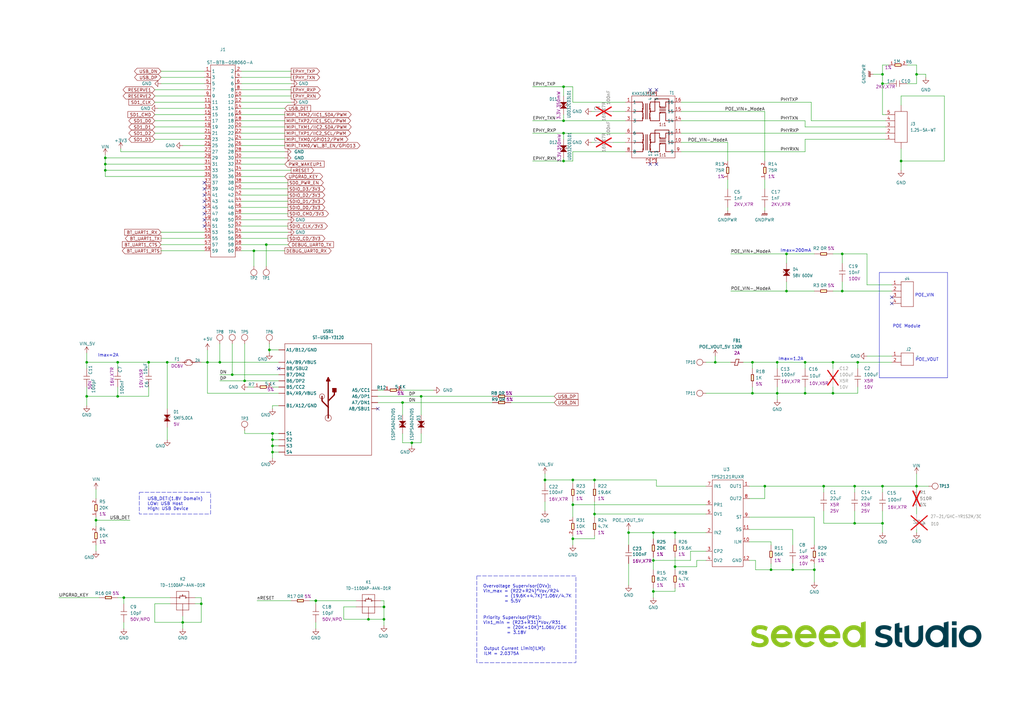
<source format=kicad_sch>
(kicad_sch (version 20250114) (generator "eeschema") (generator_version "9.0")
  (paper "A3")
  (title_block (title "reCamera 2002 POE Board") (date "2025-06-26") (rev "v1.0"))
  (lib_symbols
    (symbol "P & G:+3V3" (power) (pin_names (offset 0))
      (property "Value" "+3V3" (at 0 3.556 0))
      (symbol "+3V3_1_1"
        (pin power_in line (at 0 0 90) (length 0) (hide yes) (name "+3V3") (number "1"))
      )
    )
    (symbol "P & G:+5V" (power) (pin_names (offset 0))
      (property "Value" "+5V" (at 0 3.556 0))
      (symbol "+5V_1_1"
        (pin power_in line (at 0 0 90) (length 0) (hide yes) (name "+5V") (number "1"))
      )
    )
    (symbol "P & G:GND" (power) (pin_names (offset 0))
      (property "Value" "GND" (at 0 -3.81 0))
      (symbol "GND_1_1"
        (pin power_in line (at 0 0 270) (length 0) (hide yes) (name "GND") (number "1"))
      )
    )
    (symbol "Power_Gnd:GNDPWR" (power) (pin_numbers (hide yes)) (pin_names (offset 0) (hide yes))
      (property "Value" "GNDPWR" (at 0 -3.302 0))
      (symbol "GNDPWR_1_1"
        (pin power_in line (at 0 0 270) (length 0) (name "~") (number "1"))
      )
    )
    (symbol "Seeed_libdb:Capacitors/302010040" (pin_numbers (hide yes)) (pin_names (hide yes))
      (property "Reference" "C" (at 3.175 0 0))
      (property "Value" "1uF" (at 5.715 -1.905 0))
      (property "Dielectric" "X5R" (at 0 0 0))
      (property "Voltage Rating" "10V" (at 0 0 0))
      (symbol "Capacitors/302010040_1_1"
        (pin passive line (at 0 3.81 270) (length 2.54) (name "1") (number "1"))
        (pin passive line (at 0 -3.81 90) (length 2.54) (name "2") (number "2"))
      )
    )
    (symbol "Seeed_libdb:Capacitors/302012962" (pin_numbers (hide yes)) (pin_names (hide yes))
      (property "Reference" "C" (at 3.175 0 0))
      (property "Value" "10nF" (at 5.715 -1.905 0))
      (property "Dielectric" "100V" (at 0 0 0))
      (symbol "Capacitors/302012962_1_1"
        (pin passive line (at 0 3.81 270) (length 2.54) (name "1") (number "1"))
        (pin passive line (at 0 -3.81 90) (length 2.54) (name "2") (number "2"))
      )
    )
    (symbol "Seeed_libdb:Capacitors/302013260" (pin_numbers (hide yes)) (pin_names (hide yes))
      (property "Reference" "C" (at 3.175 0 0))
      (property "Value" "22uF" (at 5.715 -1.905 0))
      (property "Dielectric" "X5R" (at 0 0 0))
      (property "Voltage Rating" "25V" (at 0 0 0))
      (symbol "Capacitors/302013260_1_1"
        (pin passive line (at 0 3.81 270) (length 2.54) (name "1") (number "1"))
        (pin passive line (at 0 -3.81 90) (length 2.54) (name "2") (number "2"))
      )
    )
    (symbol "Seeed_libdb:Capacitors/302013339" (pin_numbers (hide yes)) (pin_names (hide yes))
      (property "Reference" "C" (at 3.175 0 0))
      (property "Value" "100uF" (at 5.715 -1.905 0))
      (property "Dielectric" "X5R" (at 0 0 0))
      (property "Voltage Rating" "10V" (at 0 0 0))
      (symbol "Capacitors/302013339_1_1"
        (pin passive line (at 0 3.81 270) (length 2.54) (name "1") (number "1"))
        (pin passive line (at 0 -3.81 90) (length 2.54) (name "2") (number "2"))
      )
    )
    (symbol "Seeed_libdb:Connector/320112110"
      (property "Reference" "J" (at -2.54 5.08 0))
      (property "Value" "1.25-5A-WT" (at -2.54 3.81 0))
      (symbol "Connector/320112110_1_0"
        (pin passive line (at 0 6.35 270) (length 2.54) (name "6") (number "6"))
        (pin passive line (at 0 -11.43 90) (length 2.54) (name "7") (number "7"))
        (pin passive line (at 6.35 2.54 180) (length 2.54) (name "1") (number "1"))
        (pin passive line (at 6.35 0 180) (length 2.54) (name "2") (number "2"))
        (pin passive line (at 6.35 -2.54 180) (length 2.54) (name "3") (number "3"))
        (pin passive line (at 6.35 -5.08 180) (length 2.54) (name "4") (number "4"))
        (pin passive line (at 6.35 -7.62 180) (length 2.54) (name "5") (number "5"))
      )
    )
    (symbol "Seeed_libdb:Connector/ST-FH-254-0106-1*2P-PC3.0"
      (property "Reference" "J" (at -2.54 3.81 0))
      (symbol "Connector/ST-FH-254-0106-1*2P-PC3.0_1_0"
        (pin passive line (at 6.35 1.27 180) (length 2.54) (name "1") (number "1"))
        (pin passive line (at 6.35 -1.27 180) (length 2.54) (name "2") (number "2"))
      )
    )
    (symbol "Seeed_libdb:Connector/ST-FH-254-0106-1*4P-PC3.0"
      (property "Reference" "J" (at -2.54 5.08 0))
      (symbol "Connector/ST-FH-254-0106-1*4P-PC3.0_1_0"
        (pin passive line (at 6.35 2.54 180) (length 2.54) (name "1") (number "1"))
        (pin passive line (at 6.35 0 180) (length 2.54) (name "2") (number "2"))
        (pin passive line (at 6.35 -2.54 180) (length 2.54) (name "3") (number "3"))
        (pin passive line (at 6.35 -5.08 180) (length 2.54) (name "4") (number "4"))
      )
    )
    (symbol "Seeed_libdb:Diode/304050978"
      (property "Reference" "D" (at -1.524 3.556 0))
      (property "Value" "58V 600W" (at -1.524 1.524 0))
      (symbol "Diode/304050978_1_0"
        (pin passive line (at -3.81 0 0) (length 2.54) (name "1") (number "1"))
        (pin passive line (at 3.81 0 180) (length 2.54) (name "2") (number "2"))
      )
    )
    (symbol "Seeed_libdb:Diode/304051318"
      (property "Reference" "D" (at -3.175 0 0))
      (property "Value" "SMF5.0CA" (at -1.27 0 0))
      (property "Rating" "5V" (at 0 0 0))
      (symbol "Diode/304051318_1_0"
        (pin passive line (at -3.81 0 0) (length 2.54) (name "1") (number "1"))
        (pin passive line (at 3.81 0 180) (length 2.54) (name "2") (number "2"))
      )
    )
    (symbol "Seeed_libdb:Ferrite Bead/303030024"
      (property "Reference" "FB" (at -1.905 1.27 0))
      (property "Value" "120R" (at 0.635 1.27 0))
      (property "Rating" "2A" (at 0 0 0))
      (symbol "Ferrite Bead/303030024_1_0"
        (pin passive line (at -2.54 0 0) (length 0) (name "1") (number "1"))
        (pin passive line (at 2.54 0 180) (length 0) (name "2") (number "2"))
      )
    )
    (symbol "Seeed_libdb:Ic/310032001"
      (property "Reference" "U" (at -5.842 18.796 0))
      (symbol "Ic/310032001_1_1"
        (pin passive line (at -8.89 15.24 0) (length 2.54) (name "IN1") (number "7"))
        (pin passive line (at -8.89 7.62 0) (length 2.54) (name "PR1") (number "6"))
        (pin passive line (at -8.89 3.81 0) (length 2.54) (name "OV1") (number "5"))
        (pin passive line (at -8.89 -3.81 0) (length 2.54) (name "IN2") (number "2"))
        (pin passive line (at -8.89 -11.43 0) (length 2.54) (name "CP2") (number "3"))
        (pin passive line (at -8.89 -15.24 0) (length 2.54) (name "OV2") (number "4"))
        (pin passive line (at 8.89 15.24 180) (length 2.54) (name "OUT1") (number "1"))
        (pin passive line (at 8.89 10.16 180) (length 2.54) (name "OUT2") (number "8"))
        (pin passive line (at 8.89 2.54 180) (length 2.54) (name "ST") (number "9"))
        (pin passive line (at 8.89 -2.54 180) (length 2.54) (name "SS") (number "11"))
        (pin passive line (at 8.89 -7.62 180) (length 2.54) (name "ILM") (number "10"))
        (pin passive line (at 8.89 -15.24 180) (length 2.54) (name "GND") (number "12"))
      )
    )
    (symbol "Seeed_libdb:Misc/TP-80X40MIL"
      (property "Reference" "TP" (at -2.54 0 0))
      (property "Value" "Test Point" (at 5.08 0 0))
      (symbol "Misc/TP-80X40MIL_1_0"
        (pin passive line (at -2.54 0 0) (length 0) (name "T") (number "1"))
      )
    )
    (symbol "Seeed_libdb:Resistors/301010000" (pin_numbers (hide yes)) (pin_names (offset 1.016))
      (property "Reference" "R" (at -1.905 0.635 0))
      (property "Value" "0R" (at 0.635 0.635 0))
      (property "Power Rating" "5%" (at 0 0 0))
      (symbol "Resistors/301010000_0_0"
        (pin passive line (at -3.81 0 0) (length 2.54) (name "~") (number "1"))
        (pin passive line (at 3.81 0 180) (length 2.54) (name "~") (number "2"))
      )
    )
    (symbol "Seeed_libdb:Resistors/301010024" (pin_numbers (hide yes)) (pin_names (offset 1.016))
      (property "Reference" "R" (at -1.905 0.635 0))
      (property "Value" "8.2K" (at 0.635 0.635 0))
      (property "Power Rating" "1%" (at 0 0 0))
      (symbol "Resistors/301010024_0_0"
        (pin passive line (at -3.81 0 0) (length 2.54) (name "~") (number "1"))
        (pin passive line (at 3.81 0 180) (length 2.54) (name "~") (number "2"))
      )
    )
    (symbol "Seeed_libdb:Resistors/301010032" (pin_numbers (hide yes)) (pin_names (offset 1.016))
      (property "Reference" "R" (at -1.905 0.635 0))
      (property "Value" "56K" (at 0.635 0.635 0))
      (property "Power Rating" "1%" (at 0 0 0))
      (symbol "Resistors/301010032_0_0"
        (pin passive line (at -3.81 0 0) (length 2.54) (name "~") (number "1"))
        (pin passive line (at 3.81 0 180) (length 2.54) (name "~") (number "2"))
      )
    )
    (symbol "Seeed_libdb:Resistors/301010072" (pin_numbers (hide yes)) (pin_names (offset 1.016))
      (property "Reference" "R" (at -1.905 0.635 0))
      (property "Value" "20K" (at 0.635 0.635 0))
      (property "Power Rating" "1%" (at 0 0 0))
      (symbol "Resistors/301010072_0_0"
        (pin passive line (at -3.81 0 0) (length 2.54) (name "~") (number "1"))
        (pin passive line (at 3.81 0 180) (length 2.54) (name "~") (number "2"))
      )
    )
    (symbol "Seeed_libdb:Resistors/301010291" (pin_numbers (hide yes)) (pin_names (offset 1.016))
      (property "Reference" "R" (at -1.905 0.635 0))
      (property "Value" "1K" (at 0.635 0.635 0))
      (property "Power Rating" "5%" (at 0 0 0))
      (symbol "Resistors/301010291_0_0"
        (pin passive line (at -3.81 0 0) (length 2.54) (name "~") (number "1"))
        (pin passive line (at 3.81 0 180) (length 2.54) (name "~") (number "2"))
      )
    )
    (symbol "Seeed_libdb:Resistors/301010359" (pin_numbers (hide yes)) (pin_names (offset 1.016))
      (property "Reference" "R" (at -1.905 0.635 0))
      (property "Value" "0R" (at 0.635 0.635 0))
      (property "Power Rating" "5%" (at 0 0 0))
      (symbol "Resistors/301010359_0_0"
        (pin passive line (at -3.81 0 0) (length 2.54) (name "~") (number "1"))
        (pin passive line (at 3.81 0 180) (length 2.54) (name "~") (number "2"))
      )
    )
    (symbol "Seeed_libdb:Resistors/301010633" (pin_numbers (hide yes)) (pin_names (offset 1.016))
      (property "Reference" "R" (at -1.905 0.635 0))
      (property "Value" "4.7K" (at 0.635 0.635 0))
      (property "Power Rating" "1%" (at 0 0 0))
      (symbol "Resistors/301010633_0_0"
        (pin passive line (at -3.81 0 0) (length 2.54) (name "~") (number "1"))
        (pin passive line (at 3.81 0 180) (length 2.54) (name "~") (number "2"))
      )
    )
    (symbol "Seeed_libdb:Resistors/301013446" (pin_numbers (hide yes)) (pin_names (offset 1.016))
      (property "Reference" "R" (at -1.905 0.635 0))
      (property "Value" "19.6K" (at 0.635 0.635 0))
      (property "Power Rating" "1%" (at 0 0 0))
      (symbol "Resistors/301013446_0_0"
        (pin passive line (at -3.81 0 0) (length 2.54) (name "~") (number "1"))
        (pin passive line (at 3.81 0 180) (length 2.54) (name "~") (number "2"))
      )
    )
    (symbol "Switch/311990111_1"
      (property "Reference" "K" (at -2.54 5.08 0))
      (property "Value" "TD-1100AP-A4N-D1R" (at -2.54 3.81 0))
      (symbol "Switch/311990111_1_1_0"
        (pin passive line (at -5.08 1.27 0) (length 2.54) (name "1") (number "1"))
        (pin passive line (at -5.08 -1.27 0) (length 2.54) (name "S1") (number "S1"))
        (pin passive line (at 0 -6.35 90) (length 2.54) (name "S2") (number "S2"))
        (pin passive line (at 5.08 1.27 180) (length 2.54) (name "2") (number "2"))
        (pin passive line (at 5.08 -1.27 180) (length 2.54) (name "S3") (number "S3"))
      )
    )
    (symbol "libdb:Capacitors/302010001" (pin_numbers (hide yes)) (pin_names (hide yes))
      (property "Reference" "C" (at 3.175 0 0))
      (property "Value" "10pF" (at 5.715 -1.905 0))
      (property "Voltage Rating" "50V,NPO" (at 0 0 0))
      (symbol "Capacitors/302010001_1_1"
        (pin passive line (at 0 3.81 270) (length 2.54) (name "1") (number "1"))
        (pin passive line (at 0 -3.81 90) (length 2.54) (name "2") (number "2"))
      )
    )
    (symbol "libdb:Capacitors/302010004" (pin_numbers (hide yes)) (pin_names (hide yes))
      (property "Reference" "C" (at 3.175 0 0))
      (property "Value" "100nF" (at 5.715 -1.905 0))
      (property "Voltage Rating" "16V,X7R" (at 0 0 0))
      (symbol "Capacitors/302010004_1_1"
        (pin passive line (at 0 3.81 270) (length 2.54) (name "1") (number "1"))
        (pin passive line (at 0 -3.81 90) (length 2.54) (name "2") (number "2"))
      )
    )
    (symbol "libdb:Capacitors/302010012" (pin_numbers (hide yes)) (pin_names (hide yes))
      (property "Reference" "C" (at 3.175 0 0))
      (property "Value" "100pF" (at 5.715 -1.905 0))
      (property "Voltage Rating" "50V" (at 0 0 0))
      (symbol "Capacitors/302010012_1_1"
        (pin passive line (at 0 3.81 270) (length 2.54) (name "1") (number "1"))
        (pin passive line (at 0 -3.81 90) (length 2.54) (name "2") (number "2"))
      )
    )
    (symbol "libdb:Capacitors/302010103" (pin_numbers (hide yes)) (pin_names (hide yes))
      (property "Reference" "C" (at 3.175 0 0))
      (property "Value" "10uF" (at 5.715 -1.905 0))
      (property "Voltage Rating" "10V,X5R" (at 0 0 0))
      (symbol "Capacitors/302010103_1_1"
        (pin passive line (at 0 3.81 270) (length 2.54) (name "1") (number "1"))
        (pin passive line (at 0 -3.81 90) (length 2.54) (name "2") (number "2"))
      )
    )
    (symbol "libdb:Capacitors/302011962" (pin_numbers (hide yes)) (pin_names (hide yes))
      (property "Reference" "C" (at 3.175 0 0))
      (property "Value" "1nF" (at 5.715 -1.905 0))
      (property "Voltage Rating" "2KV,X7R" (at 0 0 0))
      (symbol "Capacitors/302011962_1_1"
        (pin passive line (at 0 3.81 270) (length 2.54) (name "1") (number "1"))
        (pin passive line (at 0 -3.81 90) (length 2.54) (name "2") (number "2"))
      )
    )
    (symbol "libdb:Connector/320210641"
      (property "Reference" "J" (at -4.826 42.164 0))
      (property "Value" "ST-BTB-058060-A" (at -2.794 40.386 0))
      (symbol "Connector/320210641_1_0"
        (pin passive line (at -7.62 -26.67 0) (length 2.54) (name "52") (number "52"))
        (pin passive line (at -7.62 -29.21 0) (length 2.54) (name "54") (number "54"))
        (pin passive line (at -7.62 -31.75 0) (length 2.54) (name "56") (number "56"))
        (pin passive line (at -7.62 -34.29 0) (length 2.54) (name "58") (number "58"))
        (pin passive line (at -7.62 -36.83 0) (length 2.54) (name "60") (number "60"))
        (pin passive line (at 7.62 -26.67 180) (length 2.54) (name "51") (number "51"))
        (pin passive line (at 7.62 -29.21 180) (length 2.54) (name "53") (number "53"))
        (pin passive line (at 7.62 -31.75 180) (length 2.54) (name "55") (number "55"))
        (pin passive line (at 7.62 -34.29 180) (length 2.54) (name "57") (number "57"))
        (pin passive line (at 7.62 -36.83 180) (length 2.54) (name "59") (number "59"))
      )
      (symbol "Connector/320210641_1_1"
        (pin passive line (at -7.62 36.83 0) (length 2.54) (name "2") (number "2"))
        (pin passive line (at -7.62 34.29 0) (length 2.54) (name "4") (number "4"))
        (pin passive line (at -7.62 31.75 0) (length 2.54) (name "6") (number "6"))
        (pin passive line (at -7.62 29.21 0) (length 2.54) (name "8") (number "8"))
        (pin passive line (at -7.62 26.67 0) (length 2.54) (name "10") (number "10"))
        (pin passive line (at -7.62 24.13 0) (length 2.54) (name "12") (number "12"))
        (pin passive line (at -7.62 21.59 0) (length 2.54) (name "14") (number "14"))
        (pin passive line (at -7.62 19.05 0) (length 2.54) (name "16") (number "16"))
        (pin passive line (at -7.62 16.51 0) (length 2.54) (name "18") (number "18"))
        (pin passive line (at -7.62 13.97 0) (length 2.54) (name "20") (number "20"))
        (pin passive line (at -7.62 11.43 0) (length 2.54) (name "22") (number "22"))
        (pin passive line (at -7.62 8.89 0) (length 2.54) (name "24") (number "24"))
        (pin passive line (at -7.62 6.35 0) (length 2.54) (name "26") (number "26"))
        (pin passive line (at -7.62 3.81 0) (length 2.54) (name "28") (number "28"))
        (pin passive line (at -7.62 1.27 0) (length 2.54) (name "30") (number "30"))
        (pin passive line (at -7.62 -1.27 0) (length 2.54) (name "32") (number "32"))
        (pin passive line (at -7.62 -3.81 0) (length 2.54) (name "34") (number "34"))
        (pin passive line (at -7.62 -6.35 0) (length 2.54) (name "36") (number "36"))
        (pin passive line (at -7.62 -8.89 0) (length 2.54) (name "38") (number "38"))
        (pin passive line (at -7.62 -11.43 0) (length 2.54) (name "40") (number "40"))
        (pin passive line (at -7.62 -13.97 0) (length 2.54) (name "42") (number "42"))
        (pin passive line (at -7.62 -16.51 0) (length 2.54) (name "44") (number "44"))
        (pin passive line (at -7.62 -19.05 0) (length 2.54) (name "46") (number "46"))
        (pin passive line (at -7.62 -21.59 0) (length 2.54) (name "48") (number "48"))
        (pin passive line (at -7.62 -24.13 0) (length 2.54) (name "50") (number "50"))
        (pin passive line (at 7.62 36.83 180) (length 2.54) (name "1") (number "1"))
        (pin passive line (at 7.62 34.29 180) (length 2.54) (name "3") (number "3"))
        (pin passive line (at 7.62 31.75 180) (length 2.54) (name "5") (number "5"))
        (pin passive line (at 7.62 29.21 180) (length 2.54) (name "7") (number "7"))
        (pin passive line (at 7.62 26.67 180) (length 2.54) (name "9") (number "9"))
        (pin passive line (at 7.62 24.13 180) (length 2.54) (name "11") (number "11"))
        (pin passive line (at 7.62 21.59 180) (length 2.54) (name "13") (number "13"))
        (pin passive line (at 7.62 19.05 180) (length 2.54) (name "15") (number "15"))
        (pin passive line (at 7.62 16.51 180) (length 2.54) (name "17") (number "17"))
        (pin passive line (at 7.62 13.97 180) (length 2.54) (name "19") (number "19"))
        (pin passive line (at 7.62 11.43 180) (length 2.54) (name "21") (number "21"))
        (pin passive line (at 7.62 8.89 180) (length 2.54) (name "23") (number "23"))
        (pin passive line (at 7.62 6.35 180) (length 2.54) (name "25") (number "25"))
        (pin passive line (at 7.62 3.81 180) (length 2.54) (name "27") (number "27"))
        (pin passive line (at 7.62 1.27 180) (length 2.54) (name "29") (number "29"))
        (pin passive line (at 7.62 -1.27 180) (length 2.54) (name "31") (number "31"))
        (pin passive line (at 7.62 -3.81 180) (length 2.54) (name "33") (number "33"))
        (pin passive line (at 7.62 -6.35 180) (length 2.54) (name "35") (number "35"))
        (pin passive line (at 7.62 -8.89 180) (length 2.54) (name "37") (number "37"))
        (pin passive line (at 7.62 -11.43 180) (length 2.54) (name "39") (number "39"))
        (pin passive line (at 7.62 -13.97 180) (length 2.54) (name "41") (number "41"))
        (pin passive line (at 7.62 -16.51 180) (length 2.54) (name "43") (number "43"))
        (pin passive line (at 7.62 -19.05 180) (length 2.54) (name "45") (number "45"))
        (pin passive line (at 7.62 -21.59 180) (length 2.54) (name "47") (number "47"))
        (pin passive line (at 7.62 -24.13 180) (length 2.54) (name "49") (number "49"))
      )
    )
    (symbol "libdb:Connector/ST-USB-Y3120"
      (property "Reference" "USB" (at -17.78 22.86 0))
      (property "Value" "ST-USB-Y3120" (at 12.7 22.86 0))
      (symbol "Connector/ST-USB-Y3120_1_0"
        (pin passive line (at -20.32 20.32 0) (length 2.54) (name "A1/B12/GND") (number "A1_B12"))
        (pin passive line (at -20.32 15.24 0) (length 2.54) (name "A4/B9/VBUS") (number "A4_B9"))
        (pin passive line (at -20.32 12.7 0) (length 2.54) (name "B8/SBU2") (number "B8"))
        (pin passive line (at -20.32 10.16 0) (length 2.54) (name "B7/DN2") (number "B7"))
        (pin passive line (at -20.32 7.62 0) (length 2.54) (name "B6/DP2") (number "B6"))
        (pin passive line (at -20.32 5.08 0) (length 2.54) (name "B5/CC2") (number "B5"))
        (pin passive line (at -20.32 2.54 0) (length 2.54) (name "B4/A9/VBUS") (number "B4_A9"))
        (pin passive line (at -20.32 -2.54 0) (length 2.54) (name "B1/A12/GND") (number "B1_A12"))
        (pin passive line (at -20.32 -13.97 0) (length 2.54) (name "S1") (number "S1"))
        (pin passive line (at -20.32 -16.51 0) (length 2.54) (name "S2") (number "S2"))
        (pin passive line (at -20.32 -19.05 0) (length 2.54) (name "S3") (number "S3"))
        (pin passive line (at -20.32 -21.59 0) (length 2.54) (name "S4") (number "S4"))
        (pin passive line (at 20.32 3.81 180) (length 2.54) (name "A5/CC1") (number "A5"))
        (pin passive line (at 20.32 1.27 180) (length 2.54) (name "A6/DP1") (number "A6"))
        (pin passive line (at 20.32 -1.27 180) (length 2.54) (name "A7/DN1") (number "A7"))
        (pin passive line (at 20.32 -3.81 180) (length 2.54) (name "A8/SBU1") (number "A8"))
      )
    )
    (symbol "libdb:Diode/304060074"
      (property "Reference" "D" (at -1.905 1.27 0))
      (property "Value" "ESDPSA0402V05" (at 1.27 1.27 0))
      (symbol "Diode/304060074_1_0"
        (pin passive line (at -3.81 0 0) (length 2.54) (name "1") (number "1"))
        (pin passive line (at 3.81 0 180) (length 2.54) (name "2") (number "2"))
      )
    )
    (symbol "libdb:Diode/304060354"
      (property "Reference" "D" (at -1.905 1.27 0))
      (property "Value" "UDD32C03L01" (at 1.27 1.27 0))
      (property "Rating" "3.3V,350mW" (at 0 0 0))
      (symbol "Diode/304060354_1_0"
        (pin passive line (at -3.81 0 0) (length 2.54) (name "1") (number "1"))
        (pin passive line (at 3.81 0 180) (length 2.54) (name "2") (number "2"))
      )
    )
    (symbol "libdb:Diode/304090030"
      (property "Reference" "D" (at -2.032 1.016 0))
      (property "Value" "27-21/GHC-YR1S2M/3C" (at 1.397 0.889 0))
      (symbol "Diode/304090030_1_0"
        (pin passive line (at -2.54 0 0) (length 2.54) (name "+") (number "1"))
        (pin passive line (at 3.81 0 180) (length 2.54) (name "-") (number "2"))
      )
    )
    (symbol "libdb:Fuse/307010043"
      (property "Reference" "F" (at -3.81 0.635 0))
      (property "Value" "2A" (at 0.635 0.635 0))
      (property "Rating" "DC6V" (at 0 0 0))
      (symbol "Fuse/307010043_1_0"
        (pin passive line (at -5.08 0 0) (length 2.54) (name "1") (number "1"))
        (pin passive line (at 5.08 0 180) (length 2.54) (name "2") (number "2"))
      )
    )
    (symbol "libdb:Misc/303060474"
      (property "Reference" "T" (at -8.89 14.732 0))
      (property "Value" "KHX1631SR" (at -8.89 12.954 0))
      (symbol "Misc/303060474_1_0"
        (pin passive line (at -11.43 10.16 0) (length 2.54) (name "1") (number "1"))
        (pin passive line (at -11.43 6.35 0) (length 2.54) (name "2") (number "2"))
        (pin passive line (at -11.43 2.54 0) (length 2.54) (name "3") (number "3"))
        (pin passive line (at -11.43 -2.54 0) (length 2.54) (name "6") (number "6"))
        (pin passive line (at -11.43 -6.35 0) (length 2.54) (name "7") (number "7"))
        (pin passive line (at -11.43 -10.16 0) (length 2.54) (name "8") (number "8"))
        (pin passive line (at -1.27 15.24 270) (length 2.54) (name "4") (number "4"))
        (pin passive line (at -1.27 -15.24 90) (length 2.54) (name "12") (number "12"))
        (pin passive line (at 1.27 15.24 270) (length 2.54) (name "5") (number "5"))
        (pin passive line (at 1.27 -15.24 90) (length 2.54) (name "13") (number "13"))
        (pin passive line (at 11.43 10.16 180) (length 2.54) (name "16") (number "16"))
        (pin passive line (at 11.43 6.35 180) (length 2.54) (name "15") (number "15"))
        (pin passive line (at 11.43 2.54 180) (length 2.54) (name "14") (number "14"))
        (pin passive line (at 11.43 -2.54 180) (length 2.54) (name "11") (number "11"))
        (pin passive line (at 11.43 -6.35 180) (length 2.54) (name "10") (number "10"))
        (pin passive line (at 11.43 -10.16 180) (length 2.54) (name "9") (number "9"))
      )
      (symbol "Misc/303060474_1_1"
        (text "1:1" (at 3.81 1.016 0) (effects (font (size 1.27 1.27))))
        (text "1:1" (at 3.81 -11.43 0) (effects (font (size 1.27 1.27))))
      )
    )
    (symbol "libdb:Misc/TP35C_SMD"
      (property "Reference" "TP" (at -2.54 0 0))
      (property "Value" "Test Point" (at 5.08 0 0))
      (symbol "Misc/TP35C_SMD_1_0"
        (pin passive line (at -2.54 0 0) (length 0) (name "T") (number "1"))
      )
    )
    (symbol "libdb:Resistors/301010017" (pin_names (offset 1.016))
      (property "Reference" "R" (at -1.905 0.635 0))
      (property "Value" "5.1K" (at 0.635 0.635 0))
      (property "Power Rating" "5%" (at 0 0 0))
      (symbol "Resistors/301010017_0_0"
        (pin passive line (at -3.81 0 0) (length 2.54) (name "~") (number "1"))
        (pin passive line (at 3.81 0 180) (length 2.54) (name "~") (number "2"))
      )
    )
    (symbol "libdb:Resistors/301010047" (pin_names (offset 1.016))
      (property "Reference" "R" (at -1.905 0.635 0))
      (property "Value" "10K" (at 0.635 0.635 0))
      (property "Power Rating" "1%" (at 0 0 0))
      (symbol "Resistors/301010047_0_0"
        (pin passive line (at -3.81 0 0) (length 2.54) (name "~") (number "1"))
        (pin passive line (at 3.81 0 180) (length 2.54) (name "~") (number "2"))
      )
    )
    (symbol "libdb:Resistors/301010050" (pin_names (offset 1.016))
      (property "Reference" "R" (at -1.905 0.635 0))
      (property "Value" "510R" (at 0.635 0.635 0))
      (property "Power Rating" "5%" (at 0 0 0))
      (symbol "Resistors/301010050_0_0"
        (pin passive line (at -3.81 0 0) (length 2.54) (name "~") (number "1"))
        (pin passive line (at 3.81 0 180) (length 2.54) (name "~") (number "2"))
      )
    )
    (symbol "libdb:Resistors/301010072" (pin_names (offset 1.016))
      (property "Reference" "R" (at -1.905 0.635 0))
      (property "Value" "20K" (at 0.635 0.635 0))
      (property "Power Rating" "1%" (at 0 0 0))
      (symbol "Resistors/301010072_0_0"
        (pin passive line (at -3.81 0 0) (length 2.54) (name "~") (number "1"))
        (pin passive line (at 3.81 0 180) (length 2.54) (name "~") (number "2"))
      )
    )
    (symbol "libdb:Resistors/301010269" (pin_names (offset 1.016))
      (property "Reference" "R" (at -1.905 0.635 0))
      (property "Value" "75R" (at 0.635 0.635 0))
      (property "Power Rating" "1%" (at 0 0 0))
      (symbol "Resistors/301010269_0_0"
        (pin passive line (at -3.81 0 0) (length 2.54) (name "~") (number "1"))
        (pin passive line (at 3.81 0 180) (length 2.54) (name "~") (number "2"))
      )
    )
    (symbol "libdb:Resistors/301010410" (pin_names (offset 1.016))
      (property "Reference" "R" (at -1.905 0.635 0))
      (property "Value" "1M" (at 0.635 0.635 0))
      (property "Power Rating" "1%" (at 0 0 0))
      (symbol "Resistors/301010410_0_0"
        (pin passive line (at -3.81 0 0) (length 2.54) (name "~") (number "1"))
        (pin passive line (at 3.81 0 180) (length 2.54) (name "~") (number "2"))
      )
    )
    (symbol "libdb:Switch/311990111"
      (property "Reference" "K" (at -2.54 5.08 0))
      (property "Value" "TD-1100AP-A4N-D1R" (at -2.54 3.81 0))
      (symbol "Switch/311990111_1_0"
        (pin passive line (at -5.08 1.27 0) (length 2.54) (name "1") (number "1"))
        (pin passive line (at -5.08 -1.27 0) (length 2.54) (name "S1") (number "S1"))
        (pin passive line (at 0 -6.35 90) (length 2.54) (name "S2") (number "S2"))
        (pin passive line (at 5.08 1.27 180) (length 2.54) (name "2") (number "2"))
        (pin passive line (at 5.08 -1.27 180) (length 2.54) (name "S3") (number "S3"))
      )
    )
  )
  (rectangle (start 195.58 236.22) (end 236.22 271.78) (stroke (width 0) (type dash)))
  (rectangle (start 57.15 201.93) (end 86.36 210.82) (stroke (width 0) (type dash)))
  (text "POE Module" (at 371.856 133.858 0) (effects (font (size 1.27 1.27))))
  (text "Overvoltage Supervisor(OVx):\nVin_max = (R22+R24)*Vov/R24\n         = (19.6K+4.7K)*1.06V/4.7K\n         = 5.5V" (at 198.12 243.586 0) (effects (font (size 1.27 1.27)) (justify left)))
  (text "Imax=200mA" (at 326.39 102.87 0) (effects (font (size 1.27 1.27))))
  (text "POE_VIN" (at 379.222 121.158 0) (effects (font (size 1.27 1.27))))
  (text "Output Current Limit(ILM):\nILM = 2.0375A" (at 198.374 267.208 0) (effects (font (size 1.27 1.27)) (justify left)))
  (text "Imax=1.2A" (at 324.358 147.32 0) (effects (font (size 1.27 1.27))))
  (text "USB_DET:(1.8V Domain)\nLOW: USB Host\nHigh: USB Device" (at 60.452 206.756 0) (effects (font (size 1.27 1.27)) (justify left)))
  (text "POE_VOUT" (at 380.238 147.574 0) (effects (font (size 1.27 1.27))))
  (text "Priority Supervisor(PR1):\nVin1_min = (R23+R31)*Vov/R31\n          = (20K+10K)*1.06V/10K\n          = 3.18V" (at 198.12 256.54 0) (effects (font (size 1.27 1.27)) (justify left)))
  (text "Imax=2A\n" (at 40.132 146.558 0) (effects (font (size 1.27 1.27)) (justify left bottom)))
  (junction (at 325.12 233.68))
  (junction (at 341.63 148.59))
  (junction (at 361.95 34.29))
  (junction (at 151.13 254))
  (junction (at 100.33 156.21))
  (junction (at 293.37 148.59))
  (junction (at 361.95 214.63))
  (junction (at 350.52 199.39))
  (junction (at 243.84 210.82))
  (junction (at 157.48 248.92))
  (junction (at 90.17 148.59))
  (junction (at 334.01 233.68))
  (junction (at 231.14 49.53))
  (junction (at 50.8 245.11))
  (junction (at 43.18 64.77))
  (junction (at 48.26 162.56))
  (junction (at 361.95 30.48))
  (junction (at 375.92 199.39))
  (junction (at 322.58 104.14))
  (junction (at 39.37 213.36))
  (junction (at 60.96 148.59))
  (junction (at 165.1 165.1))
  (junction (at 168.91 181.61))
  (junction (at 234.95 220.98))
  (junction (at 172.72 162.56))
  (junction (at 111.76 185.42))
  (junction (at 369.57 66.04))
  (junction (at 111.76 182.88))
  (junction (at 313.69 199.39))
  (junction (at 223.52 196.85))
  (junction (at 68.58 148.59))
  (junction (at 157.48 254))
  (junction (at 95.25 153.67))
  (junction (at 231.14 54.61))
  (junction (at 267.97 229.87))
  (junction (at 257.81 218.44))
  (junction (at 330.2 161.29))
  (junction (at 104.14 102.87))
  (junction (at 111.76 180.34))
  (junction (at 308.61 148.59))
  (junction (at 234.95 207.01))
  (junction (at 350.52 214.63))
  (junction (at 322.58 119.38))
  (junction (at 267.97 242.57))
  (junction (at 351.79 148.59))
  (junction (at 308.61 161.29))
  (junction (at 111.76 177.8))
  (junction (at 341.63 161.29))
  (junction (at 74.93 255.27))
  (junction (at 345.44 104.14))
  (junction (at 345.44 119.38))
  (junction (at 375.92 30.48))
  (junction (at 43.18 67.31))
  (junction (at 318.77 161.29))
  (junction (at 35.56 162.56))
  (junction (at 35.56 148.59))
  (junction (at 43.18 69.85))
  (junction (at 110.49 143.51))
  (junction (at 316.23 233.68))
  (junction (at 82.55 247.65))
  (junction (at 234.95 196.85))
  (junction (at 267.97 218.44))
  (junction (at 276.86 232.41))
  (junction (at 231.14 35.56))
  (junction (at 109.22 100.33))
  (junction (at 276.86 218.44))
  (junction (at 330.2 148.59))
  (junction (at 361.95 199.39))
  (junction (at 85.09 148.59))
  (junction (at 48.26 148.59))
  (junction (at 243.84 196.85))
  (junction (at 337.82 199.39))
  (junction (at 318.77 148.59))
  (junction (at 129.54 246.38))
  (junction (at 231.14 66.04))
  (no_connect (at 266.7 67.31))
  (no_connect (at 83.82 74.93))
  (no_connect (at 83.82 87.63))
  (no_connect (at 154.94 167.64))
  (no_connect (at 365.76 121.92))
  (no_connect (at 83.82 80.01))
  (no_connect (at 266.7 36.83))
  (no_connect (at 269.24 36.83))
  (no_connect (at 83.82 77.47))
  (no_connect (at 365.76 124.46))
  (no_connect (at 83.82 85.09))
  (no_connect (at 269.24 67.31))
  (no_connect (at 83.82 82.55))
  (no_connect (at 114.3 151.13))
  (no_connect (at 83.82 92.71))
  (no_connect (at 83.82 90.17))
  (polyline (pts (xy 360.68 111.76) (xy 388.62 111.76)))
  (wire (pts (xy 43.18 64.77) (xy 43.18 67.31)))
  (wire (pts (xy 257.81 218.44) (xy 257.81 223.52)))
  (wire (pts (xy 355.6 116.84) (xy 365.76 116.84)))
  (wire (pts (xy 350.52 214.63) (xy 361.95 214.63)))
  (wire (pts (xy 231.14 35.56) (xy 231.14 39.37)))
  (wire (pts (xy 234.95 219.71) (xy 234.95 220.98)))
  (wire (pts (xy 234.95 35.56) (xy 234.95 41.91)))
  (wire (pts (xy 118.11 87.63) (xy 99.06 87.63)))
  (wire (pts (xy 279.4 49.53) (xy 330.2 49.53)))
  (wire (pts (xy 276.86 218.44) (xy 276.86 220.98)))
  (wire (pts (xy 289.56 161.29) (xy 308.61 161.29)))
  (wire (pts (xy 379.73 31.75) (xy 379.73 30.48)))
  (wire (pts (xy 341.63 148.59) (xy 351.79 148.59)))
  (wire (pts (xy 111.76 158.75) (xy 114.3 158.75)))
  (wire (pts (xy 269.24 196.85) (xy 269.24 199.39)))
  (wire (pts (xy 95.25 153.67) (xy 114.3 153.67)))
  (wire (pts (xy 267.97 229.87) (xy 267.97 233.68)))
  (wire (pts (xy 104.14 102.87) (xy 116.84 102.87)))
  (wire (pts (xy 63.5 255.27) (xy 74.93 255.27)))
  (wire (pts (xy 234.95 62.23) (xy 256.54 62.23)))
  (wire (pts (xy 50.8 245.11) (xy 50.8 247.65)))
  (wire (pts (xy 110.49 143.51) (xy 110.49 144.78)))
  (wire (pts (xy 298.45 85.09) (xy 298.45 86.36)))
  (wire (pts (xy 299.72 119.38) (xy 322.58 119.38)))
  (wire (pts (xy 99.06 64.77) (xy 116.84 64.77)))
  (wire (pts (xy 365.76 148.59) (xy 351.79 148.59)))
  (wire (pts (xy 234.95 207.01) (xy 289.56 207.01)))
  (wire (pts (xy 118.11 85.09) (xy 99.06 85.09)))
  (wire (pts (xy 308.61 148.59) (xy 308.61 151.13)))
  (wire (pts (xy 361.95 209.55) (xy 361.95 214.63)))
  (wire (pts (xy 63.5 39.37) (xy 83.82 39.37)))
  (wire (pts (xy 35.56 162.56) (xy 48.26 162.56)))
  (wire (pts (xy 48.26 148.59) (xy 48.26 151.13)))
  (wire (pts (xy 50.8 255.27) (xy 50.8 257.81)))
  (wire (pts (xy 157.48 246.38) (xy 157.48 248.92)))
  (wire (pts (xy 341.63 158.75) (xy 341.63 161.29)))
  (wire (pts (xy 111.76 166.37) (xy 111.76 167.64)))
  (wire (pts (xy 257.81 217.17) (xy 257.81 218.44)))
  (wire (pts (xy 234.95 196.85) (xy 243.84 196.85)))
  (wire (pts (xy 146.05 248.92) (xy 140.97 248.92)))
  (wire (pts (xy 304.8 148.59) (xy 308.61 148.59)))
  (wire (pts (xy 129.54 246.38) (xy 146.05 246.38)))
  (wire (pts (xy 350.52 199.39) (xy 361.95 199.39)))
  (wire (pts (xy 39.37 212.09) (xy 39.37 213.36)))
  (wire (pts (xy 129.54 255.27) (xy 129.54 257.81)))
  (wire (pts (xy 307.34 217.17) (xy 325.12 217.17)))
  (wire (pts (xy 39.37 223.52) (xy 39.37 226.06)))
  (wire (pts (xy 316.23 222.25) (xy 316.23 223.52)))
  (wire (pts (xy 361.95 214.63) (xy 361.95 218.44)))
  (wire (pts (xy 279.4 41.91) (xy 332.74 41.91)))
  (wire (pts (xy 243.84 196.85) (xy 243.84 198.12)))
  (wire (pts (xy 330.2 57.15) (xy 363.22 57.15)))
  (wire (pts (xy 341.63 104.14) (xy 345.44 104.14)))
  (wire (pts (xy 85.09 161.29) (xy 114.3 161.29)))
  (wire (pts (xy 345.44 107.95) (xy 345.44 104.14)))
  (wire (pts (xy 298.45 73.66) (xy 298.45 77.47)))
  (wire (pts (xy 372.11 26.67) (xy 375.92 26.67)))
  (wire (pts (xy 316.23 231.14) (xy 316.23 233.68)))
  (wire (pts (xy 168.91 181.61) (xy 172.72 181.61)))
  (wire (pts (xy 100.33 156.21) (xy 114.3 156.21)))
  (wire (pts (xy 332.74 49.53) (xy 363.22 49.53)))
  (wire (pts (xy 234.95 41.91) (xy 256.54 41.91)))
  (wire (pts (xy 223.52 205.74) (xy 223.52 209.55)))
  (wire (pts (xy 100.33 140.97) (xy 100.33 156.21)))
  (wire (pts (xy 350.52 199.39) (xy 350.52 201.93)))
  (wire (pts (xy 387.35 66.04) (xy 369.57 66.04)))
  (wire (pts (xy 375.92 199.39) (xy 381 199.39)))
  (wire (pts (xy 85.09 143.51) (xy 85.09 148.59)))
  (wire (pts (xy 109.22 100.33) (xy 109.22 109.22)))
  (wire (pts (xy 85.09 148.59) (xy 90.17 148.59)))
  (wire (pts (xy 95.25 140.97) (xy 95.25 153.67)))
  (wire (pts (xy 361.95 30.48) (xy 361.95 34.29)))
  (wire (pts (xy 234.95 220.98) (xy 234.95 223.52)))
  (wire (pts (xy 345.44 119.38) (xy 365.76 119.38)))
  (wire (pts (xy 337.82 214.63) (xy 350.52 214.63)))
  (wire (pts (xy 114.3 182.88) (xy 111.76 182.88)))
  (wire (pts (xy 231.14 54.61) (xy 231.14 57.15)))
  (wire (pts (xy 90.17 140.97) (xy 90.17 148.59)))
  (wire (pts (xy 35.56 158.75) (xy 35.56 162.56)))
  (wire (pts (xy 74.93 255.27) (xy 74.93 252.73)))
  (wire (pts (xy 80.01 247.65) (xy 82.55 247.65)))
  (wire (pts (xy 369.57 43.18) (xy 369.57 39.37)))
  (wire (pts (xy 140.97 248.92) (xy 140.97 254)))
  (wire (pts (xy 330.2 161.29) (xy 318.77 161.29)))
  (wire (pts (xy 119.38 29.21) (xy 99.06 29.21)))
  (wire (pts (xy 118.11 82.55) (xy 99.06 82.55)))
  (wire (pts (xy 251.46 58.42) (xy 256.54 58.42)))
  (wire (pts (xy 119.38 36.83) (xy 99.06 36.83)))
  (wire (pts (xy 116.84 67.31) (xy 99.06 67.31)))
  (wire (pts (xy 325.12 217.17) (xy 325.12 223.52)))
  (wire (pts (xy 66.04 31.75) (xy 83.82 31.75)))
  (wire (pts (xy 172.72 162.56) (xy 201.93 162.56)))
  (wire (pts (xy 279.4 62.23) (xy 330.2 62.23)))
  (wire (pts (xy 345.44 115.57) (xy 345.44 119.38)))
  (wire (pts (xy 165.1 177.8) (xy 165.1 181.61)))
  (wire (pts (xy 307.34 199.39) (xy 313.69 199.39)))
  (wire (pts (xy 307.34 222.25) (xy 316.23 222.25)))
  (wire (pts (xy 118.11 80.01) (xy 99.06 80.01)))
  (polyline (pts (xy 360.68 111.76) (xy 360.68 154.94)))
  (wire (pts (xy 99.06 102.87) (xy 104.14 102.87)))
  (wire (pts (xy 118.11 77.47) (xy 99.06 77.47)))
  (wire (pts (xy 43.18 64.77) (xy 83.82 64.77)))
  (wire (pts (xy 276.86 232.41) (xy 285.75 232.41)))
  (wire (pts (xy 293.37 146.05) (xy 293.37 148.59)))
  (wire (pts (xy 116.84 52.07) (xy 99.06 52.07)))
  (wire (pts (xy 334.01 212.09) (xy 334.01 223.52)))
  (wire (pts (xy 104.14 102.87) (xy 104.14 109.22)))
  (wire (pts (xy 379.73 30.48) (xy 375.92 30.48)))
  (wire (pts (xy 90.17 156.21) (xy 100.33 156.21)))
  (wire (pts (xy 369.57 66.04) (xy 369.57 69.85)))
  (wire (pts (xy 154.94 165.1) (xy 165.1 165.1)))
  (wire (pts (xy 111.76 180.34) (xy 111.76 182.88)))
  (wire (pts (xy 24.13 245.11) (xy 40.64 245.11)))
  (wire (pts (xy 267.97 218.44) (xy 267.97 220.98)))
  (wire (pts (xy 48.26 162.56) (xy 60.96 162.56)))
  (wire (pts (xy 68.58 175.26) (xy 68.58 180.34)))
  (wire (pts (xy 157.48 254) (xy 157.48 248.92)))
  (wire (pts (xy 63.5 247.65) (xy 63.5 255.27)))
  (wire (pts (xy 74.93 255.27) (xy 74.93 257.81)))
  (wire (pts (xy 69.85 247.65) (xy 63.5 247.65)))
  (wire (pts (xy 43.18 67.31) (xy 83.82 67.31)))
  (wire (pts (xy 151.13 254) (xy 157.48 254)))
  (wire (pts (xy 231.14 46.99) (xy 231.14 49.53)))
  (wire (pts (xy 308.61 161.29) (xy 318.77 161.29)))
  (wire (pts (xy 351.79 148.59) (xy 351.79 151.13)))
  (wire (pts (xy 90.17 148.59) (xy 114.3 148.59)))
  (wire (pts (xy 351.79 161.29) (xy 341.63 161.29)))
  (wire (pts (xy 116.84 46.99) (xy 99.06 46.99)))
  (wire (pts (xy 50.8 245.11) (xy 69.85 245.11)))
  (wire (pts (xy 48.26 148.59) (xy 60.96 148.59)))
  (wire (pts (xy 101.6 158.75) (xy 104.14 158.75)))
  (wire (pts (xy 361.95 34.29) (xy 364.49 34.29)))
  (wire (pts (xy 267.97 241.3) (xy 267.97 242.57)))
  (wire (pts (xy 276.86 228.6) (xy 276.86 232.41)))
  (wire (pts (xy 168.91 181.61) (xy 168.91 182.88)))
  (wire (pts (xy 289.56 218.44) (xy 276.86 218.44)))
  (wire (pts (xy 231.14 64.77) (xy 231.14 66.04)))
  (wire (pts (xy 157.48 248.92) (xy 156.21 248.92)))
  (wire (pts (xy 218.44 49.53) (xy 231.14 49.53)))
  (wire (pts (xy 99.06 59.69) (xy 116.84 59.69)))
  (wire (pts (xy 313.69 73.66) (xy 313.69 77.47)))
  (wire (pts (xy 111.76 182.88) (xy 111.76 185.42)))
  (wire (pts (xy 234.95 196.85) (xy 234.95 198.12)))
  (wire (pts (xy 307.34 212.09) (xy 334.01 212.09)))
  (wire (pts (xy 118.11 74.93) (xy 99.06 74.93)))
  (wire (pts (xy 43.18 63.5) (xy 43.18 64.77)))
  (wire (pts (xy 325.12 231.14) (xy 325.12 233.68)))
  (wire (pts (xy 279.4 58.42) (xy 298.45 58.42)))
  (wire (pts (xy 322.58 119.38) (xy 334.01 119.38)))
  (wire (pts (xy 90.17 153.67) (xy 95.25 153.67)))
  (wire (pts (xy 119.38 34.29) (xy 99.06 34.29)))
  (wire (pts (xy 375.92 30.48) (xy 375.92 34.29)))
  (wire (pts (xy 129.54 246.38) (xy 129.54 247.65)))
  (wire (pts (xy 157.48 254) (xy 157.48 256.54)))
  (wire (pts (xy 172.72 181.61) (xy 172.72 177.8)))
  (wire (pts (xy 234.95 205.74) (xy 234.95 207.01)))
  (wire (pts (xy 309.88 233.68) (xy 316.23 233.68)))
  (wire (pts (xy 289.56 148.59) (xy 293.37 148.59)))
  (wire (pts (xy 114.3 166.37) (xy 111.76 166.37)))
  (polyline (pts (xy 388.62 111.76) (xy 388.62 154.94)))
  (wire (pts (xy 243.84 220.98) (xy 234.95 220.98)))
  (wire (pts (xy 341.63 161.29) (xy 330.2 161.29)))
  (wire (pts (xy 100.33 177.8) (xy 100.33 176.53)))
  (wire (pts (xy 334.01 231.14) (xy 334.01 233.68)))
  (wire (pts (xy 334.01 233.68) (xy 334.01 238.76)))
  (wire (pts (xy 49.53 60.96) (xy 49.53 62.23)))
  (wire (pts (xy 283.21 229.87) (xy 283.21 226.06)))
  (wire (pts (xy 39.37 213.36) (xy 39.37 215.9)))
  (wire (pts (xy 99.06 62.23) (xy 116.84 62.23)))
  (wire (pts (xy 60.96 158.75) (xy 60.96 162.56)))
  (wire (pts (xy 330.2 62.23) (xy 330.2 57.15)))
  (wire (pts (xy 109.22 100.33) (xy 118.11 100.33)))
  (wire (pts (xy 322.58 115.57) (xy 322.58 119.38)))
  (wire (pts (xy 313.69 199.39) (xy 337.82 199.39)))
  (wire (pts (xy 337.82 199.39) (xy 350.52 199.39)))
  (wire (pts (xy 48.26 162.56) (xy 48.26 158.75)))
  (wire (pts (xy 361.95 26.67) (xy 361.95 30.48)))
  (wire (pts (xy 330.2 148.59) (xy 330.2 151.13)))
  (wire (pts (xy 234.95 207.01) (xy 234.95 212.09)))
  (wire (pts (xy 341.63 151.13) (xy 341.63 148.59)))
  (wire (pts (xy 375.92 34.29) (xy 372.11 34.29)))
  (wire (pts (xy 351.79 158.75) (xy 351.79 161.29)))
  (wire (pts (xy 60.96 148.59) (xy 68.58 148.59)))
  (polyline (pts (xy 388.62 154.94) (xy 360.68 154.94)))
  (wire (pts (xy 68.58 148.59) (xy 68.58 167.64)))
  (wire (pts (xy 80.01 245.11) (xy 82.55 245.11)))
  (wire (pts (xy 330.2 52.07) (xy 363.22 52.07)))
  (wire (pts (xy 330.2 148.59) (xy 341.63 148.59)))
  (wire (pts (xy 337.82 209.55) (xy 337.82 214.63)))
  (wire (pts (xy 341.63 119.38) (xy 345.44 119.38)))
  (wire (pts (xy 308.61 148.59) (xy 318.77 148.59)))
  (wire (pts (xy 63.5 52.07) (xy 83.82 52.07)))
  (wire (pts (xy 82.55 255.27) (xy 74.93 255.27)))
  (wire (pts (xy 66.04 100.33) (xy 83.82 100.33)))
  (wire (pts (xy 223.52 196.85) (xy 234.95 196.85)))
  (wire (pts (xy 364.49 26.67) (xy 361.95 26.67)))
  (wire (pts (xy 299.72 104.14) (xy 322.58 104.14)))
  (wire (pts (xy 82.55 148.59) (xy 85.09 148.59)))
  (wire (pts (xy 82.55 245.11) (xy 82.55 247.65)))
  (wire (pts (xy 283.21 226.06) (xy 289.56 226.06)))
  (wire (pts (xy 375.92 217.17) (xy 375.92 218.44)))
  (wire (pts (xy 334.01 233.68) (xy 325.12 233.68)))
  (wire (pts (xy 110.49 140.97) (xy 110.49 143.51)))
  (wire (pts (xy 322.58 104.14) (xy 322.58 107.95)))
  (wire (pts (xy 209.55 162.56) (xy 227.33 162.56)))
  (wire (pts (xy 63.5 49.53) (xy 83.82 49.53)))
  (wire (pts (xy 154.94 160.02) (xy 157.48 160.02)))
  (wire (pts (xy 279.4 45.72) (xy 313.69 45.72)))
  (wire (pts (xy 119.38 31.75) (xy 99.06 31.75)))
  (wire (pts (xy 100.33 177.8) (xy 111.76 177.8)))
  (wire (pts (xy 119.38 69.85) (xy 99.06 69.85)))
  (wire (pts (xy 276.86 242.57) (xy 267.97 242.57)))
  (wire (pts (xy 361.95 34.29) (xy 361.95 46.99)))
  (wire (pts (xy 243.84 205.74) (xy 243.84 210.82)))
  (wire (pts (xy 156.21 246.38) (xy 157.48 246.38)))
  (wire (pts (xy 165.1 181.61) (xy 168.91 181.61)))
  (wire (pts (xy 276.86 218.44) (xy 267.97 218.44)))
  (wire (pts (xy 355.6 146.05) (xy 365.76 146.05)))
  (wire (pts (xy 223.52 196.85) (xy 223.52 194.31)))
  (wire (pts (xy 111.76 177.8) (xy 111.76 180.34)))
  (wire (pts (xy 116.84 54.61) (xy 99.06 54.61)))
  (wire (pts (xy 140.97 254) (xy 151.13 254)))
  (wire (pts (xy 116.84 49.53) (xy 99.06 49.53)))
  (wire (pts (xy 60.96 151.13) (xy 60.96 148.59)))
  (wire (pts (xy 276.86 241.3) (xy 276.86 242.57)))
  (wire (pts (xy 298.45 58.42) (xy 298.45 66.04)))
  (wire (pts (xy 82.55 247.65) (xy 82.55 255.27)))
  (wire (pts (xy 74.93 59.69) (xy 83.82 59.69)))
  (wire (pts (xy 231.14 54.61) (xy 256.54 54.61)))
  (wire (pts (xy 361.95 199.39) (xy 375.92 199.39)))
  (wire (pts (xy 118.11 95.25) (xy 99.06 95.25)))
  (wire (pts (xy 318.77 148.59) (xy 330.2 148.59)))
  (wire (pts (xy 369.57 39.37) (xy 387.35 39.37)))
  (wire (pts (xy 66.04 29.21) (xy 83.82 29.21)))
  (wire (pts (xy 322.58 104.14) (xy 334.01 104.14)))
  (wire (pts (xy 269.24 199.39) (xy 289.56 199.39)))
  (wire (pts (xy 66.04 34.29) (xy 83.82 34.29)))
  (wire (pts (xy 223.52 196.85) (xy 223.52 198.12)))
  (wire (pts (xy 313.69 85.09) (xy 313.69 86.36)))
  (wire (pts (xy 307.34 204.47) (xy 313.69 204.47)))
  (wire (pts (xy 218.44 66.04) (xy 231.14 66.04)))
  (wire (pts (xy 313.69 45.72) (xy 313.69 66.04)))
  (wire (pts (xy 165.1 165.1) (xy 201.93 165.1)))
  (wire (pts (xy 231.14 35.56) (xy 234.95 35.56)))
  (wire (pts (xy 318.77 158.75) (xy 318.77 161.29)))
  (wire (pts (xy 234.95 66.04) (xy 234.95 62.23)))
  (wire (pts (xy 375.92 199.39) (xy 375.92 200.66)))
  (wire (pts (xy 99.06 100.33) (xy 109.22 100.33)))
  (wire (pts (xy 43.18 69.85) (xy 43.18 72.39)))
  (wire (pts (xy 267.97 228.6) (xy 267.97 229.87)))
  (wire (pts (xy 257.81 231.14) (xy 257.81 240.03)))
  (wire (pts (xy 279.4 54.61) (xy 363.22 54.61)))
  (wire (pts (xy 387.35 39.37) (xy 387.35 66.04)))
  (wire (pts (xy 375.92 208.28) (xy 375.92 210.82)))
  (wire (pts (xy 118.11 92.71) (xy 99.06 92.71)))
  (wire (pts (xy 243.84 196.85) (xy 269.24 196.85)))
  (wire (pts (xy 242.57 58.42) (xy 243.84 58.42)))
  (wire (pts (xy 350.52 209.55) (xy 350.52 214.63)))
  (wire (pts (xy 267.97 218.44) (xy 257.81 218.44)))
  (wire (pts (xy 99.06 57.15) (xy 116.84 57.15)))
  (wire (pts (xy 361.95 46.99) (xy 363.22 46.99)))
  (wire (pts (xy 172.72 162.56) (xy 172.72 170.18)))
  (wire (pts (xy 375.92 194.31) (xy 375.92 199.39)))
  (wire (pts (xy 361.95 199.39) (xy 361.95 201.93)))
  (wire (pts (xy 332.74 41.91) (xy 332.74 49.53)))
  (wire (pts (xy 43.18 72.39) (xy 83.82 72.39)))
  (wire (pts (xy 375.92 26.67) (xy 375.92 30.48)))
  (wire (pts (xy 307.34 229.87) (xy 309.88 229.87)))
  (wire (pts (xy 119.38 41.91) (xy 99.06 41.91)))
  (wire (pts (xy 358.14 30.48) (xy 361.95 30.48)))
  (wire (pts (xy 48.26 245.11) (xy 50.8 245.11)))
  (wire (pts (xy 309.88 229.87) (xy 309.88 233.68)))
  (wire (pts (xy 267.97 229.87) (xy 283.21 229.87)))
  (wire (pts (xy 35.56 148.59) (xy 35.56 151.13)))
  (wire (pts (xy 39.37 213.36) (xy 53.34 213.36)))
  (wire (pts (xy 49.53 62.23) (xy 83.82 62.23)))
  (wire (pts (xy 85.09 148.59) (xy 85.09 161.29)))
  (wire (pts (xy 39.37 200.66) (xy 39.37 204.47)))
  (wire (pts (xy 243.84 219.71) (xy 243.84 220.98)))
  (wire (pts (xy 276.86 232.41) (xy 276.86 233.68)))
  (wire (pts (xy 114.3 185.42) (xy 111.76 185.42)))
  (wire (pts (xy 111.76 185.42) (xy 111.76 187.96)))
  (wire (pts (xy 313.69 199.39) (xy 313.69 204.47)))
  (wire (pts (xy 165.1 165.1) (xy 165.1 170.18)))
  (wire (pts (xy 35.56 148.59) (xy 48.26 148.59)))
  (wire (pts (xy 105.41 246.38) (xy 119.38 246.38)))
  (wire (pts (xy 43.18 69.85) (xy 83.82 69.85)))
  (wire (pts (xy 218.44 35.56) (xy 231.14 35.56)))
  (wire (pts (xy 118.11 90.17) (xy 99.06 90.17)))
  (wire (pts (xy 114.3 180.34) (xy 111.76 180.34)))
  (wire (pts (xy 285.75 229.87) (xy 289.56 229.87)))
  (wire (pts (xy 243.84 210.82) (xy 243.84 212.09)))
  (wire (pts (xy 308.61 158.75) (xy 308.61 161.29)))
  (wire (pts (xy 267.97 242.57) (xy 267.97 245.11)))
  (wire (pts (xy 231.14 66.04) (xy 234.95 66.04)))
  (wire (pts (xy 218.44 54.61) (xy 231.14 54.61)))
  (wire (pts (xy 330.2 158.75) (xy 330.2 161.29)))
  (wire (pts (xy 318.77 151.13) (xy 318.77 148.59)))
  (wire (pts (xy 209.55 165.1) (xy 227.33 165.1)))
  (wire (pts (xy 68.58 148.59) (xy 72.39 148.59)))
  (wire (pts (xy 63.5 54.61) (xy 83.82 54.61)))
  (wire (pts (xy 111.76 177.8) (xy 114.3 177.8)))
  (wire (pts (xy 251.46 45.72) (xy 256.54 45.72)))
  (wire (pts (xy 116.84 44.45) (xy 99.06 44.45)))
  (wire (pts (xy 242.57 45.72) (xy 243.84 45.72)))
  (wire (pts (xy 369.57 60.96) (xy 369.57 66.04)))
  (wire (pts (xy 35.56 144.78) (xy 35.56 148.59)))
  (wire (pts (xy 337.82 199.39) (xy 337.82 201.93)))
  (wire (pts (xy 116.84 72.39) (xy 99.06 72.39)))
  (wire (pts (xy 345.44 104.14) (xy 355.6 104.14)))
  (wire (pts (xy 318.77 161.29) (xy 318.77 163.83)))
  (wire (pts (xy 66.04 95.25) (xy 83.82 95.25)))
  (wire (pts (xy 63.5 41.91) (xy 83.82 41.91)))
  (wire (pts (xy 355.6 104.14) (xy 355.6 116.84)))
  (wire (pts (xy 316.23 233.68) (xy 325.12 233.68)))
  (wire (pts (xy 43.18 67.31) (xy 43.18 69.85)))
  (wire (pts (xy 63.5 46.99) (xy 83.82 46.99)))
  (wire (pts (xy 330.2 49.53) (xy 330.2 52.07)))
  (wire (pts (xy 119.38 39.37) (xy 99.06 39.37)))
  (wire (pts (xy 35.56 162.56) (xy 35.56 166.37)))
  (wire (pts (xy 66.04 97.79) (xy 83.82 97.79)))
  (wire (pts (xy 154.94 162.56) (xy 172.72 162.56)))
  (wire (pts (xy 64.77 44.45) (xy 83.82 44.45)))
  (wire (pts (xy 165.1 160.02) (xy 177.8 160.02)))
  (wire (pts (xy 83.82 36.83) (xy 63.5 36.83)))
  (wire (pts (xy 63.5 57.15) (xy 83.82 57.15)))
  (wire (pts (xy 114.3 143.51) (xy 110.49 143.51)))
  (wire (pts (xy 285.75 232.41) (xy 285.75 229.87)))
  (wire (pts (xy 293.37 148.59) (xy 299.72 148.59)))
  (wire (pts (xy 231.14 49.53) (xy 256.54 49.53)))
  (wire (pts (xy 118.11 97.79) (xy 99.06 97.79)))
  (wire (pts (xy 66.04 102.87) (xy 83.82 102.87)))
  (wire (pts (xy 127 246.38) (xy 129.54 246.38)))
  (wire (pts (xy 243.84 210.82) (xy 289.56 210.82)))
  (image (at 354.965 260.35) (scale 0.83571))
  (label "EPHY_RXP" (at 218.44 54.61 0))
  (label "PHYTXP" (at 320.04 41.91 0))
  (label "POE_VIN-_ModeA" (at 299.72 119.38 0))
  (label "DP" (at 167.64 162.56 0))
  (label "EPHY_TXN" (at 218.44 49.53 0))
  (label "POE_VIN+_ModeA" (at 313.69 45.72 180))
  (label "DP" (at 90.17 156.21 0))
  (label "DN" (at 90.17 153.67 0))
  (label "PHYTXN" (at 320.04 49.53 0))
  (label "EPHY_TXP" (at 218.44 35.56 0))
  (label "PHYRXN" (at 320.04 62.23 0))
  (label "nRESET" (at 105.41 246.38 0))
  (label "USB_DET" (at 53.34 213.36 180))
  (label "PHYRXP" (at 320.04 54.61 0))
  (label "EPHY_RXN" (at 218.44 66.04 0))
  (label "UPGRAD_KEY" (at 24.13 245.11 0))
  (label "DN" (at 167.64 165.1 0))
  (label "POE_VIN+_ModeA" (at 299.72 104.14 0))
  (label "POE_VIN-_ModeA" (at 298.45 58.42 180))
  (global_label "EPHY_RXP" (shape output) (at 119.38 36.83 0) (property "Intersheetrefs" "${INTERSHEET_REFS}" (effects (hide yes))))
  (global_label "MIPI_TXP2{slash}IIC1_SCL{slash}PWM" (shape output) (at 116.84 49.53 0) (property "Intersheetrefs" "${INTERSHEET_REFS}" (effects (hide yes))))
  (global_label "MIPI_TXP1{slash}IIC2_SCL{slash}PWM" (shape output) (at 116.84 54.61 0) (property "Intersheetrefs" "${INTERSHEET_REFS}" (effects (hide yes))))
  (global_label "MIPI_TXM2{slash}IIC1_SDA{slash}PWM" (shape output) (at 116.84 46.99 0) (property "Intersheetrefs" "${INTERSHEET_REFS}" (effects (hide yes))))
  (global_label "BT_UART1_RTS" (shape output) (at 66.04 102.87 180) (property "Intersheetrefs" "${INTERSHEET_REFS}" (effects (hide yes))))
  (global_label "BT_UART1_TX" (shape output) (at 66.04 97.79 180) (property "Intersheetrefs" "${INTERSHEET_REFS}" (effects (hide yes))))
  (global_label "USB_DN" (shape bidirectional) (at 66.04 29.21 180) (property "Intersheetrefs" "${INTERSHEET_REFS}" (effects (hide yes))))
  (global_label "SDIO_D3{slash}3V3" (shape output) (at 118.11 77.47 0) (property "Intersheetrefs" "${INTERSHEET_REFS}" (effects (hide yes))))
  (global_label "MIPI_TXM1{slash}IIC2_SDA{slash}PWM" (shape output) (at 116.84 52.07 0) (property "Intersheetrefs" "${INTERSHEET_REFS}" (effects (hide yes))))
  (global_label "USB_DP" (shape input) (at 227.33 162.56 0) (property "Intersheetrefs" "${INTERSHEET_REFS}" (effects (hide yes))))
  (global_label "nRESET" (shape output) (at 119.38 69.85 0) (property "Intersheetrefs" "${INTERSHEET_REFS}" (effects (hide yes))))
  (global_label "SD1_D3" (shape bidirectional) (at 63.5 57.15 180) (property "Intersheetrefs" "${INTERSHEET_REFS}" (effects (hide yes))))
  (global_label "SD0_PWR_EN" (shape output) (at 118.11 74.93 0) (property "Intersheetrefs" "${INTERSHEET_REFS}" (effects (hide yes))))
  (global_label "RESERVE1" (shape bidirectional) (at 63.5 36.83 180) (property "Intersheetrefs" "${INTERSHEET_REFS}" (effects (hide yes))))
  (global_label "SDIO_CMD{slash}3V3" (shape output) (at 118.11 87.63 0) (property "Intersheetrefs" "${INTERSHEET_REFS}" (effects (hide yes))))
  (global_label "DEBUG_UART0_RX" (shape output) (at 116.84 102.87 0) (property "Intersheetrefs" "${INTERSHEET_REFS}" (effects (hide yes))))
  (global_label "MIPI_TXM0{slash}WL_BT_EN{slash}GPIO13" (shape output) (at 116.84 59.69 0) (property "Intersheetrefs" "${INTERSHEET_REFS}" (effects (hide yes))))
  (global_label "SDIO_D1{slash}3V3" (shape output) (at 118.11 82.55 0) (property "Intersheetrefs" "${INTERSHEET_REFS}" (effects (hide yes))))
  (global_label "SDIO_CLK{slash}3V3" (shape output) (at 118.11 92.71 0) (property "Intersheetrefs" "${INTERSHEET_REFS}" (effects (hide yes))))
  (global_label "USB_DP" (shape bidirectional) (at 66.04 31.75 180) (property "Intersheetrefs" "${INTERSHEET_REFS}" (effects (hide yes))))
  (global_label "RESERVE2" (shape bidirectional) (at 63.5 39.37 180) (property "Intersheetrefs" "${INTERSHEET_REFS}" (effects (hide yes))))
  (global_label "USB_DET" (shape input) (at 116.84 44.45 0) (property "Intersheetrefs" "${INTERSHEET_REFS}" (effects (hide yes))))
  (global_label "SDIO_D0{slash}3V3" (shape output) (at 118.11 85.09 0) (property "Intersheetrefs" "${INTERSHEET_REFS}" (effects (hide yes))))
  (global_label "BT_UART1_RX" (shape input) (at 66.04 95.25 180) (property "Intersheetrefs" "${INTERSHEET_REFS}" (effects (hide yes))))
  (global_label "BT_UART1_CTS" (shape input) (at 66.04 100.33 180) (property "Intersheetrefs" "${INTERSHEET_REFS}" (effects (hide yes))))
  (global_label "SD1_D0" (shape bidirectional) (at 63.5 49.53 180) (property "Intersheetrefs" "${INTERSHEET_REFS}" (effects (hide yes))))
  (global_label "SDIO_CD{slash}3V3" (shape output) (at 118.11 97.79 0) (property "Intersheetrefs" "${INTERSHEET_REFS}" (effects (hide yes))))
  (global_label "SDIO_D2{slash}3V3" (shape output) (at 118.11 80.01 0) (property "Intersheetrefs" "${INTERSHEET_REFS}" (effects (hide yes))))
  (global_label "USB_DN" (shape input) (at 227.33 165.1 0) (property "Intersheetrefs" "${INTERSHEET_REFS}" (effects (hide yes))))
  (global_label "SD1_CMD" (shape input) (at 63.5 46.99 180) (property "Intersheetrefs" "${INTERSHEET_REFS}" (effects (hide yes))))
  (global_label "DEBUG_UART0_TX" (shape input) (at 118.11 100.33 0) (property "Intersheetrefs" "${INTERSHEET_REFS}" (effects (hide yes))))
  (global_label "UPGRAD_KEY" (shape bidirectional) (at 116.84 72.39 0) (property "Intersheetrefs" "${INTERSHEET_REFS}" (effects (hide yes))))
  (global_label "EPHY_TXN" (shape output) (at 119.38 31.75 0) (property "Intersheetrefs" "${INTERSHEET_REFS}" (effects (hide yes))))
  (global_label "MIPI_TXM0{slash}GPIO12{slash}PWM" (shape output) (at 116.84 57.15 0) (property "Intersheetrefs" "${INTERSHEET_REFS}" (effects (hide yes))))
  (global_label "EPHY_TXP" (shape output) (at 119.38 29.21 0) (property "Intersheetrefs" "${INTERSHEET_REFS}" (effects (hide yes))))
  (global_label "SD1_CLK" (shape input) (at 63.5 41.91 180) (property "Intersheetrefs" "${INTERSHEET_REFS}" (effects (hide yes))))
  (global_label "PWR_WAKEUP1" (shape input) (at 116.84 67.31 0) (property "Intersheetrefs" "${INTERSHEET_REFS}" (effects (hide yes))))
  (global_label "SD1_D1" (shape bidirectional) (at 63.5 52.07 180) (property "Intersheetrefs" "${INTERSHEET_REFS}" (effects (hide yes))))
  (global_label "EPHY_RXN" (shape output) (at 119.38 39.37 0) (property "Intersheetrefs" "${INTERSHEET_REFS}" (effects (hide yes))))
  (global_label "SD1_D2" (shape bidirectional) (at 63.5 54.61 180) (property "Intersheetrefs" "${INTERSHEET_REFS}" (effects (hide yes))))
  (symbol (lib_id "libdb:Misc/TP35C_SMD") (at 100.33 138.43 90) (unit 1)
    (property "Reference" "TP5" (at 98.806 136.144 90) (effects (font (size 1.27 1.0795)) (justify right)))
    (property "Value" "Test Point" (effects (hide yes)))
    (property "Footprint" "Misc:TP-D35MIL" (effects (hide yes)))
    (property "Description" "Test Point;TP35C_SMD" (effects (hide yes)))
    (property "SKU" "TP35C_SMD" (effects (hide yes)))
    (property "Part Type" "Test Point" (effects (hide yes)))
  )
  (symbol (lib_id "libdb:Capacitors/302011962") (at 368.3 34.29 270) (unit 1)
    (property "Reference" "C10" (at 369.57 33.274 90) (effects (justify left)))
    (property "Value" "1nF" (at 363.728 33.274 90) (effects (justify left)))
    (property "Footprint" "Capacitor:C1206" (effects (hide yes)))
    (property "Description" "SMD CAP Ceramic 1nF-2kV-10%-X7R;1206" (effects (hide yes)))
    (property "Manufacturer" "YAGEO" (effects (hide yes)))
    (property "MPN" "CC1206KKX7RDBB102" (effects (hide yes)))
    (property "SKU" "302011962" (effects (hide yes)))
    (property "Part Type" "Ceramic" (effects (hide yes)))
    (property "Voltage Rating" "2KV,X7R" (at 359.156 35.56 90) (effects (justify left)))
    (property "Status" "Zola_Gateway" (effects (hide yes)))
    (property "Temperature" "-55°C to 125°C" (effects (hide yes)))
  )
  (symbol (lib_id "P & G:GND") (at 242.57 58.42 270) (mirror x) (unit 1)
    (property "Reference" "#PWR022" (effects (hide yes)))
    (property "Value" "GND" (at 238.76 58.4199 90) (effects (justify right)))
  )
  (symbol (lib_id "libdb:Diode/304090030") (at 375.92 213.36 270) (unit 1) (dnp yes)
    (property "Reference" "D10" (at 385.064 214.884 90) (effects (font (size 1.27 1.0795)) (justify right)))
    (property "Value" "27-21/GHC-YR1S2M/3C" (at 402.59 211.836 90) (effects (font (size 1.27 1.0795)) (justify right)))
    (property "Footprint" "Diode:LED2-0.6X1.7MM" (effects (hide yes)))
    (property "Description" "SMD LED Clear-Green;0603(侧贴)" (effects (hide yes)))
    (property "Manufacturer" "Everlight" (effects (hide yes)))
    (property "MPN" "27-21/GHC-YR1S2M/3C" (effects (hide yes)))
    (property "SKU" "304090030" (effects (hide yes)))
    (property "Part Type" "LED" (effects (hide yes)))
  )
  (symbol (lib_id "libdb:Misc/TP35C_SMD") (at 383.54 199.39 0) (unit 1)
    (property "Reference" "TP13" (at 389.382 199.39 0) (effects (font (size 1.27 1.0795)) (justify right)))
    (property "Value" "Test Point" (effects (hide yes)))
    (property "Footprint" "Misc:TP-D35MIL" (effects (hide yes)))
    (property "Description" "Test Point;TP35C_SMD" (effects (hide yes)))
    (property "SKU" "TP35C_SMD" (effects (hide yes)))
    (property "Part Type" "Test Point" (effects (hide yes)))
  )
  (symbol (lib_id "Seeed_libdb:Misc/TP-80X40MIL") (at 109.22 111.76 270) (unit 1)
    (property "Reference" "TP1" (at 110.744 114.046 90) (effects (font (size 1.27 1.0795)) (justify right)))
    (property "Value" "Test Point" (effects (hide yes)))
    (property "Footprint" "Misc:TP-80X40MIL" (effects (hide yes)))
    (property "Description" "Test Point;TP80X40_SMD" (effects (hide yes)))
    (property "SKU" "TP-80X40MIL" (effects (hide yes)))
    (property "Part Type" "Test Point" (effects (hide yes)))
  )
  (symbol (lib_id "libdb:Capacitors/302010012") (at 35.56 154.94 0) (unit 1)
    (property "Reference" "C11" (at 37.084 153.67 90) (effects (justify left)))
    (property "Value" "100pF" (at 38.354 161.29 90) (effects (justify left)))
    (property "Footprint" "Capacitor:C0402" (effects (hide yes)))
    (property "Description" "SMD CAP Ceramic 100pF-50V-5%-NPO;0402" (effects (hide yes)))
    (property "Manufacturer" "YAGEO" (effects (hide yes)))
    (property "MPN" "CC0402JRNPO9BN101" (effects (hide yes)))
    (property "SKU" "302010012" (effects (hide yes)))
    (property "Part Type" "Ceramic" (effects (hide yes)))
    (property "Voltage Rating" "50V" (at 36.83 159.766 90) (effects (justify left)))
    (property "Status" "Testo PoE" (effects (hide yes)))
    (property "Temperature" "-55°C to 125°C" (effects (hide yes)))
  )
  (symbol (lib_id "Seeed_libdb:Connector/320112110") (at 369.57 54.61 180) (unit 1)
    (property "Reference" "J3" (at 373.38 50.7999 0) (effects (font (size 1.27 1.0795)) (justify right)))
    (property "Value" "1.25-5A-WT" (at 373.38 53.3399 0) (effects (font (size 1.27 1.0795)) (justify right)))
    (property "Footprint" "Connector:JST5_2P_1d25_7_9x4_3x3_4mm" (effects (hide yes)))
    (property "Description" "SMD MX Connector Male;1*5P+2P-1.25mm-10.95*5.4*3.4mm" (effects (hide yes)))
    (property "Manufacturer" "SiTuoZhan" (effects (hide yes)))
    (property "MPN" "1.25-5A-WT" (effects (hide yes)))
    (property "SKU" "320112110" (effects (hide yes)))
    (property "Part Type" "Connector" (effects (hide yes)))
    (property "Temperature" "-25°C to 70°C" (effects (hide yes)))
  )
  (symbol (lib_id "Seeed_libdb:Resistors/301010072") (at 234.95 201.93 90) (unit 1)
    (property "Reference" "R23" (at 236.22 199.3899 90) (effects (justify right)))
    (property "Value" "20K" (at 236.22 201.9299 90) (effects (justify right)))
    (property "Footprint" "Resistor:R0402" (effects (hide yes)))
    (property "Description" "SMD RES 20K-1%-1/16W;0402" (effects (hide yes)))
    (property "Manufacturer" "YAGEO" (effects (hide yes)))
    (property "MPN" "RC0402FR-0720KL" (effects (hide yes)))
    (property "SKU" "301010072" (effects (hide yes)))
    (property "Resistance" "20K" (effects (hide yes)))
    (property "Part Type" "RES" (effects (hide yes)))
    (property "Power Rating" "1%" (at 236.22 204.4699 90) (effects (justify right)))
    (property "Status" "Grove Base Cape for PocketBeagle" (effects (hide yes)))
    (property "Temperature" "-55°C to 155°C" (effects (hide yes)))
  )
  (symbol (lib_id "P & G:GND") (at 111.76 167.64 0) (unit 1)
    (property "Reference" "#PWR011" (effects (hide yes)))
    (property "Value" "GND" (at 108.966 170.18 0))
  )
  (symbol (lib_id "libdb:Capacitors/302010001") (at 129.54 251.46 0) (unit 1)
    (property "Reference" "C18" (at 132.08 248.9199 0) (effects (justify left)))
    (property "Value" "10pF" (at 132.08 251.4599 0) (effects (justify left)))
    (property "Footprint" "Capacitor:C0402" (effects (hide yes)))
    (property "Description" "SMD CAP Ceramic 10pF-50V-5%-NPO;0402" (effects (hide yes)))
    (property "Manufacturer" "YAGEO" (effects (hide yes)))
    (property "MPN" "CC0402JRNPO9BN100" (effects (hide yes)))
    (property "SKU" "302010001" (effects (hide yes)))
    (property "Part Type" "Ceramic" (effects (hide yes)))
    (property "Voltage Rating" "50V,NPO" (at 132.08 253.9999 0) (effects (justify left)))
    (property "Status" "BeagleBone Carrier Board" (effects (hide yes)))
    (property "Temperature" "-55°C to 125°C" (effects (hide yes)))
  )
  (symbol (lib_id "P & G:+5V") (at 375.92 194.31 0) (mirror y) (unit 1)
    (property "Reference" "#PWR056" (effects (hide yes)))
    (property "Value" "VIN" (at 375.92 191.008 0))
  )
  (symbol (lib_id "Seeed_libdb:Resistors/301010024") (at 267.97 237.49 90) (unit 1)
    (property "Reference" "R15" (at 269.24 234.9499 90) (effects (justify right)))
    (property "Value" "8.2K" (at 269.24 237.4899 90) (effects (justify right)))
    (property "Footprint" "Resistor:R0402" (effects (hide yes)))
    (property "Description" "SMD RES 8.2K-1%-1/16W;0402" (effects (hide yes)))
    (property "Manufacturer" "YAGEO" (effects (hide yes)))
    (property "MPN" "RC0402FR-078K2L" (effects (hide yes)))
    (property "SKU" "301010024" (effects (hide yes)))
    (property "Resistance" "8.2K" (effects (hide yes)))
    (property "Part Type" "RES" (effects (hide yes)))
    (property "Power Rating" "1%" (at 269.24 240.0299 90) (effects (justify right)))
    (property "Status" "BeagleBone Carrier Board" (effects (hide yes)))
    (property "Temperature" "-55°C to 155°C" (effects (hide yes)))
  )
  (symbol (lib_id "libdb:Resistors/301010410") (at 368.3 26.67 0) (unit 1)
    (property "Reference" "R6" (at 374.142 25.4 0) (effects (justify right)))
    (property "Value" "1M" (at 369.316 25.146 0) (effects (justify right)))
    (property "Footprint" "Resistor:R1206" (effects (hide yes)))
    (property "Description" "SMD RES 1M-1%-1/4W;1206" (effects (hide yes)))
    (property "Manufacturer" "YAGEO" (effects (hide yes)))
    (property "MPN" "RC1206FR-071ML" (effects (hide yes)))
    (property "SKU" "301010410" (effects (hide yes)))
    (property "Resistance" "1M" (effects (hide yes)))
    (property "Part Type" "RES" (effects (hide yes)))
    (property "Power Rating" "1%" (at 365.76 27.686 0) (effects (justify right)))
    (property "Status" "Sensecap Gateway V1" (effects (hide yes)))
    (property "Temperature" "-55°C to 155°C" (effects (hide yes)))
  )
  (symbol (lib_id "libdb:Misc/TP35C_SMD") (at 287.02 161.29 180) (unit 1)
    (property "Reference" "TP11" (at 281.178 161.29 0) (effects (font (size 1.27 1.0795)) (justify right)))
    (property "Value" "Test Point" (effects (hide yes)))
    (property "Footprint" "Misc:TP-D35MIL" (effects (hide yes)))
    (property "Description" "Test Point;TP35C_SMD" (effects (hide yes)))
    (property "SKU" "TP35C_SMD" (effects (hide yes)))
    (property "Part Type" "Test Point" (effects (hide yes)))
  )
  (symbol (lib_id "P & G:GND") (at 361.95 218.44 0) (unit 1)
    (property "Reference" "#PWR037" (effects (hide yes)))
    (property "Value" "GND" (at 361.95 222.25 0))
  )
  (symbol (lib_id "Seeed_libdb:Resistors/301010633") (at 276.86 237.49 90) (unit 1)
    (property "Reference" "R28" (at 278.13 234.9499 90) (effects (justify right)))
    (property "Value" "4.7K" (at 278.13 237.4899 90) (effects (justify right)))
    (property "Footprint" "Resistor:R0402" (effects (hide yes)))
    (property "Description" "SMD RES;4.7K-1%-1/16W-0402" (effects (hide yes)))
    (property "Manufacturer" "YAGEO" (effects (hide yes)))
    (property "MPN" "RC0402FR-074K7L" (effects (hide yes)))
    (property "SKU" "301010633" (effects (hide yes)))
    (property "Resistance" "4.7K" (effects (hide yes)))
    (property "Part Type" "RES" (effects (hide yes)))
    (property "Power Rating" "1%" (at 278.13 240.0299 90) (effects (justify right)))
    (property "Status" "BeagleBone Carrier Board" (effects (hide yes)))
    (property "Temperature" "-55°C to 155°C" (effects (hide yes)))
  )
  (symbol (lib_id "libdb:Diode/304060074") (at 165.1 173.99 90) (mirror x) (unit 1)
    (property "Reference" "D2" (at 164.084 171.196 0) (effects (font (size 1.27 1.0795))))
    (property "Value" "ESDPSA0402V05" (at 161.29 173.99 0) (effects (font (size 1.27 1.0795))))
    (property "Footprint" "Diode:ESD-0402" (effects (hide yes)))
    (property "Description" "SMD Diode ESD 0.05pF;0402" (effects (hide yes)))
    (property "Manufacturer" "SEMITEL" (effects (hide yes)))
    (property "MPN" "ESDPSA0402V05" (effects (hide yes)))
    (property "SKU" "304060074" (effects (hide yes)))
    (property "Part Type" "ESD" (effects (hide yes)))
  )
  (symbol (lib_id "P & G:GND") (at 168.91 182.88 0) (unit 1)
    (property "Reference" "#PWR017" (effects (hide yes)))
    (property "Value" "GND" (at 166.116 185.42 0))
  )
  (symbol (lib_id "Seeed_libdb:Capacitors/302013260") (at 350.52 205.74 0) (unit 1)
    (property "Reference" "C14" (at 353.06 201.9299 0) (effects (justify left)))
    (property "Value" "22uF" (at 353.06 204.4699 0) (effects (justify left)))
    (property "Footprint" "Capacitor:C0805" (effects (hide yes)))
    (property "Description" "SMD CAP Ceramic 22uF-25V-20%-X5R;0805" (effects (hide yes)))
    (property "Manufacturer" "Samsung" (effects (hide yes)))
    (property "MPN" "CL21A226MAYNNNE" (effects (hide yes)))
    (property "SKU" "302013260" (effects (hide yes)))
    (property "Dielectric" "X5R" (at 353.06 207.0099 0) (effects (justify left)))
    (property "Part Type" "Ceramic" (effects (hide yes)))
    (property "Voltage Rating" "25V" (at 353.06 209.5499 0) (effects (justify left)))
    (property "Temperature" "-55°C to 85°C" (effects (hide yes)))
    (property "Priority" "A" (effects (hide yes)))
  )
  (symbol (lib_id "Seeed_libdb:Resistors/301010072") (at 267.97 224.79 90) (unit 1)
    (property "Reference" "R25" (at 269.24 222.2499 90) (effects (justify right)))
    (property "Value" "20K" (at 269.24 224.7899 90) (effects (justify right)))
    (property "Footprint" "Resistor:R0402" (effects (hide yes)))
    (property "Description" "SMD RES 20K-1%-1/16W;0402" (effects (hide yes)))
    (property "Manufacturer" "YAGEO" (effects (hide yes)))
    (property "MPN" "RC0402FR-0720KL" (effects (hide yes)))
    (property "SKU" "301010072" (effects (hide yes)))
    (property "Resistance" "20K" (effects (hide yes)))
    (property "Part Type" "RES" (effects (hide yes)))
    (property "Power Rating" "1%" (at 269.24 227.3299 90) (effects (justify right)))
    (property "Status" "Grove Base Cape for PocketBeagle" (effects (hide yes)))
    (property "Temperature" "-55°C to 155°C" (effects (hide yes)))
  )
  (symbol (lib_id "libdb:Resistors/301010017") (at 161.29 160.02 0) (unit 1)
    (property "Reference" "R12" (at 156.464 159.004 0))
    (property "Value" "5.1K" (at 161.925 159.385 0) (effects (justify left bottom)))
    (property "Footprint" "Resistor:R0402" (effects (hide yes)))
    (property "Description" "SMD RES 5.1K-5%-1/16W;0402" (effects (hide yes)))
    (property "Manufacturer" "YAGEO" (effects (hide yes)))
    (property "MPN" "RC0402JR-075K1L" (effects (hide yes)))
    (property "SKU" "301010017" (effects (hide yes)))
    (property "Resistance" "5.1K" (effects (hide yes)))
    (property "Part Type" "RES" (effects (hide yes)))
    (property "Power Rating" "5%" (at 164.338 161.29 0))
    (property "Status" "Grove AI HAT for Edge Computing" (effects (hide yes)))
    (property "Temperature" "-55°C to 155°C" (effects (hide yes)))
  )
  (symbol (lib_id "P & G:GND") (at 375.92 218.44 0) (unit 1)
    (property "Reference" "#PWR033" (effects (hide yes)))
    (property "Value" "GND" (at 375.92 221.996 0))
  )
  (symbol (lib_id "P & G:+3V3") (at 49.53 60.96 0) (mirror y) (unit 1)
    (property "Reference" "#PWR02" (effects (hide yes)))
    (property "Value" "+3V3" (at 49.53 57.658 0))
  )
  (symbol (lib_id "P & G:+5V") (at 43.18 63.5 0) (mirror y) (unit 1)
    (property "Reference" "#PWR01" (effects (hide yes)))
    (property "Value" "VIN" (at 43.18 60.198 0))
  )
  (symbol (lib_id "P & G:GND") (at 116.84 62.23 90) (mirror x) (unit 1)
    (property "Reference" "#PWR06" (effects (hide yes)))
    (property "Value" "GND" (at 120.65 62.2299 90) (effects (justify right)))
  )
  (symbol (lib_id "Seeed_libdb:Diode/304050978") (at 322.58 111.76 90) (unit 1)
    (property "Reference" "D4" (at 325.12 110.4899 90) (effects (font (size 1.27 1.0795)) (justify right)))
    (property "Value" "58V 600W" (at 325.12 113.0299 90) (effects (font (size 1.27 1.0795)) (justify right)))
    (property "Footprint" "Diode:DO-214AA-SMB-NONPOLAR" (effects (hide yes)))
    (property "Manufacturer" "BrightKing" (effects (hide yes)))
    (property "MPN" "SMBJ58CA" (effects (hide yes)))
    (property "SKU" "304050978" (effects (hide yes)))
    (property "Part Type" "Diode" (effects (hide yes)))
    (property "Status" "reCamera" (effects (hide yes)))
    (property "Temperature" "-55℃ to 150℃" (effects (hide yes)))
  )
  (symbol (lib_id "libdb:Capacitors/302010004") (at 247.65 45.72 90) (unit 1) (dnp yes)
    (property "Reference" "C3" (at 244.856 44.45 90))
    (property "Value" "100nF" (at 249.555 40.005 0))
    (property "Footprint" "Capacitor:C0402" (effects (hide yes)))
    (property "Description" "SMD CAP Ceramic 100nF-16V-10%-X7R;0402" (effects (hide yes)))
    (property "Manufacturer" "YAGEO" (effects (hide yes)))
    (property "MPN" "CC0402KRX7R7BB104" (effects (hide yes)))
    (property "SKU" "302010004" (effects (hide yes)))
    (property "Part Type" "Ceramic" (effects (hide yes)))
    (property "Voltage Rating" "16V,X7R" (at 247.65 45.72 0))
    (property "Status" "BeagleBone Carrier Board" (effects (hide yes)))
    (property "Temperature" "-55°C to 125°C" (effects (hide yes)))
  )
  (symbol (lib_id "libdb:Misc/TP35C_SMD") (at 95.25 138.43 90) (unit 1)
    (property "Reference" "TP4" (at 93.726 136.144 90) (effects (font (size 1.27 1.0795)) (justify right)))
    (property "Value" "Test Point" (effects (hide yes)))
    (property "Footprint" "Misc:TP-D35MIL" (effects (hide yes)))
    (property "Description" "Test Point;TP35C_SMD" (effects (hide yes)))
    (property "SKU" "TP35C_SMD" (effects (hide yes)))
    (property "Part Type" "Test Point" (effects (hide yes)))
  )
  (symbol (lib_id "Seeed_libdb:Resistors/301010359") (at 337.82 104.14 0) (unit 1)
    (property "Reference" "R2" (at 334.772 101.854 0))
    (property "Value" "0R" (at 337.82 101.854 0))
    (property "Footprint" "Resistor:R0805" (effects (hide yes)))
    (property "Description" "SMD RES 0R-5%-1/8W;0805" (effects (hide yes)))
    (property "Manufacturer" "YAGEO" (effects (hide yes)))
    (property "MPN" "RC0805JR-070RL" (effects (hide yes)))
    (property "SKU" "301010359" (effects (hide yes)))
    (property "Resistance" "0R" (effects (hide yes)))
    (property "Part Type" "RES" (effects (hide yes)))
    (property "Power Rating" "5%" (at 340.868 101.854 0))
    (property "Status" "Sensecap Gateway V1" (effects (hide yes)))
    (property "Temperature" "-55°C to 155°C" (effects (hide yes)))
  )
  (symbol (lib_id "P & G:GND") (at 223.52 209.55 0) (unit 1)
    (property "Reference" "#PWR057" (effects (hide yes)))
    (property "Value" "GND" (at 223.52 213.614 0))
  )
  (symbol (lib_id "P & G:+5V") (at 39.37 200.66 0) (unit 1)
    (property "Reference" "#PWR041" (effects (hide yes)))
    (property "Value" "VIN" (at 37.846 196.596 0) (effects (justify left)))
  )
  (symbol (lib_id "Seeed_libdb:Resistors/301013446") (at 276.86 224.79 90) (unit 1)
    (property "Reference" "R26" (at 278.13 222.2499 90) (effects (justify right)))
    (property "Value" "19.6K" (at 278.13 224.7899 90) (effects (justify right)))
    (property "Footprint" "Resistor:R0402" (effects (hide yes)))
    (property "Description" "SMD RES 19.6K-1%-1/16W;0402" (effects (hide yes)))
    (property "Manufacturer" "YAGEO" (effects (hide yes)))
    (property "MPN" "RC0402FR-0719K6L" (effects (hide yes)))
    (property "SKU" "301013446" (effects (hide yes)))
    (property "Resistance" "19.6K" (effects (hide yes)))
    (property "Part Type" "RES" (effects (hide yes)))
    (property "Power Rating" "1%" (at 278.13 227.3299 90) (effects (justify right)))
    (property "Status" "Jetson-20-2" (effects (hide yes)))
    (property "Temperature" "-55°C to 155°C" (effects (hide yes)))
  )
  (symbol (lib_id "Seeed_libdb:Capacitors/302013339") (at 351.79 154.94 0) (unit 1)
    (property "Reference" "C2" (at 354.33 151.1299 0) (effects (justify left)))
    (property "Value" "100uF" (at 354.33 153.6699 0) (effects (justify left)))
    (property "Footprint" "Capacitor:C1206" (effects (hide yes)))
    (property "Description" "SMD CAP Ceramic 100uF-10V-20%-X5R;1206" (effects (hide yes)))
    (property "Manufacturer" "Murata" (effects (hide yes)))
    (property "MPN" "GRM31CR61A107ME05L" (effects (hide yes)))
    (property "SKU" "302013339" (effects (hide yes)))
    (property "Dielectric" "X5R" (at 354.33 156.2099 0) (effects (justify left)))
    (property "Part Type" "Ceramic" (effects (hide yes)))
    (property "Voltage Rating" "10V" (at 354.33 158.7499 0) (effects (justify left)))
    (property "Status" "XIAO MIDI Synthesizer" (effects (hide yes)))
    (property "Temperature" "-55°C to 85°C" (effects (hide yes)))
  )
  (symbol (lib_id "libdb:Diode/304060354") (at 231.14 60.96 270) (mirror x) (unit 1)
    (property "Reference" "D12" (at 228.6 58.4199 90) (effects (font (size 1.27 1.0795)) (justify right)))
    (property "Value" "UDD32C03L01" (at 232.918 65.786 0) (effects (font (size 1.27 1.0795)) (justify left bottom)))
    (property "Footprint" "Diode:SOD-323" (effects (hide yes)))
    (property "Description" "SMD Diode ESD 3.3V-350W;SOD-323" (effects (hide yes)))
    (property "Manufacturer" "BrightKing" (effects (hide yes)))
    (property "MPN" "UDD32C03L01" (effects (hide yes)))
    (property "SKU" "304060354" (effects (hide yes)))
    (property "Part Type" "ESD" (effects (hide yes)))
    (property "Rating" "3.3V,350mW" (at 229.362 60.706 0))
    (property "Status" "Recamera" (effects (hide yes)))
    (property "Temperature" "-50°C to 150°C" (effects (hide yes)))
  )
  (symbol (lib_id "P & G:GND") (at 334.01 238.76 0) (unit 1)
    (property "Reference" "#PWR040" (effects (hide yes)))
    (property "Value" "GND" (at 334.01 242.824 0))
  )
  (symbol (lib_id "P & G:+5V") (at 35.56 144.78 0) (mirror y) (unit 1)
    (property "Reference" "#PWR044" (effects (hide yes)))
    (property "Value" "VIN_5V" (at 35.814 140.97 0))
  )
  (symbol (lib_id "P & G:GND") (at 118.11 95.25 90) (mirror x) (unit 1)
    (property "Reference" "#PWR031" (effects (hide yes)))
    (property "Value" "GND" (at 123.19 95.25 90))
  )
  (symbol (lib_id "P & G:GND") (at 66.04 34.29 270) (mirror x) (unit 1)
    (property "Reference" "#PWR04" (effects (hide yes)))
    (property "Value" "GND" (at 62.23 34.2901 90) (effects (justify right)))
  )
  (symbol (lib_id "P & G:GND") (at 234.95 223.52 0) (unit 1)
    (property "Reference" "#PWR049" (effects (hide yes)))
    (property "Value" "GND" (at 234.95 227.584 0))
  )
  (symbol (lib_id "Seeed_libdb:Ferrite Bead/303030024") (at 302.26 148.59 0) (unit 1)
    (property "Reference" "FB1" (at 302.26 139.7 0) (effects (font (size 1.27 1.0795))))
    (property "Value" "120R" (at 302.26 142.24 0) (effects (font (size 1.27 1.0795))))
    (property "Footprint" "Inductor:L0603" (effects (hide yes)))
    (property "Description" "SMD Ferrite Bead;120R-2A;0603" (effects (hide yes)))
    (property "Manufacturer" "Murata" (effects (hide yes)))
    (property "MPN" "BLM18PG121SN1D" (effects (hide yes)))
    (property "SKU" "303030024" (effects (hide yes)))
    (property "Part Type" "Ferrite Bead" (effects (hide yes)))
    (property "Rating" "2A" (at 302.26 144.78 0))
    (property "Status" "BeagleBone Carrier Board" (effects (hide yes)))
    (property "Temperature" "-55°C to 125°C" (effects (hide yes)))
  )
  (symbol (lib_id "libdb:Capacitors/302011962") (at 298.45 81.28 0) (unit 1)
    (property "Reference" "C5" (at 300.99 78.7399 0) (effects (justify left)))
    (property "Value" "1nF" (at 300.99 81.2799 0) (effects (justify left)))
    (property "Footprint" "Capacitor:C1206" (effects (hide yes)))
    (property "Description" "SMD CAP Ceramic 1nF-2kV-10%-X7R;1206" (effects (hide yes)))
    (property "Manufacturer" "YAGEO" (effects (hide yes)))
    (property "MPN" "CC1206KKX7RDBB102" (effects (hide yes)))
    (property "SKU" "302011962" (effects (hide yes)))
    (property "Part Type" "Ceramic" (effects (hide yes)))
    (property "Voltage Rating" "2KV,X7R" (at 300.99 83.8199 0) (effects (justify left)))
    (property "Status" "Zola_Gateway" (effects (hide yes)))
    (property "Temperature" "-55°C to 125°C" (effects (hide yes)))
  )
  (symbol (lib_id "P & G:GND") (at 257.81 240.03 0) (unit 1)
    (property "Reference" "#PWR058" (effects (hide yes)))
    (property "Value" "GND" (at 257.81 244.094 0))
  )
  (symbol (lib_id "P & G:GND") (at 74.93 59.69 270) (mirror x) (unit 1)
    (property "Reference" "#PWR05" (effects (hide yes)))
    (property "Value" "GND" (at 69.85 59.69 90))
  )
  (symbol (lib_id "libdb:Diode/304060074") (at 172.72 173.99 90) (mirror x) (unit 1)
    (property "Reference" "D3" (at 171.704 171.45 0) (effects (font (size 1.27 1.0795))))
    (property "Value" "ESDPSA0402V05" (at 168.91 173.99 0) (effects (font (size 1.27 1.0795))))
    (property "Footprint" "Diode:ESD-0402" (effects (hide yes)))
    (property "Description" "SMD Diode ESD 0.05pF;0402" (effects (hide yes)))
    (property "Manufacturer" "SEMITEL" (effects (hide yes)))
    (property "MPN" "ESDPSA0402V05" (effects (hide yes)))
    (property "SKU" "304060074" (effects (hide yes)))
    (property "Part Type" "ESD" (effects (hide yes)))
  )
  (symbol (lib_id "Seeed_libdb:Capacitors/302013339") (at 341.63 154.94 0) (unit 1) (dnp yes)
    (property "Reference" "C12" (at 344.17 151.1299 0) (effects (justify left)))
    (property "Value" "100uF" (at 344.17 153.6699 0) (effects (justify left)))
    (property "Footprint" "Capacitor:C1206" (effects (hide yes)))
    (property "Description" "SMD CAP Ceramic 100uF-10V-20%-X5R;1206" (effects (hide yes)))
    (property "Manufacturer" "Murata" (effects (hide yes)))
    (property "MPN" "GRM31CR61A107ME05L" (effects (hide yes)))
    (property "SKU" "302013339" (effects (hide yes)))
    (property "Dielectric" "X5R" (at 344.17 156.2099 0) (effects (justify left)))
    (property "Part Type" "Ceramic" (effects (hide yes)))
    (property "Voltage Rating" "10V" (at 344.17 158.7499 0) (effects (justify left)))
    (property "Status" "XIAO MIDI Synthesizer" (effects (hide yes)))
    (property "Temperature" "-55°C to 85°C" (effects (hide yes)))
  )
  (symbol (lib_id "P & G:GND") (at 129.54 257.81 0) (unit 1)
    (property "Reference" "#PWR051" (effects (hide yes)))
    (property "Value" "GND" (at 129.54 261.62 0))
  )
  (symbol (lib_id "libdb:Capacitors/302010004") (at 318.77 154.94 0) (unit 1)
    (property "Reference" "C13" (at 320.04 151.384 0) (effects (justify left)))
    (property "Value" "100nF" (at 320.294 153.67 0) (effects (justify left)))
    (property "Footprint" "Capacitor:C0402" (effects (hide yes)))
    (property "Description" "SMD CAP Ceramic 100nF-16V-10%-X7R;0402" (effects (hide yes)))
    (property "Manufacturer" "YAGEO" (effects (hide yes)))
    (property "MPN" "CC0402KRX7R7BB104" (effects (hide yes)))
    (property "SKU" "302010004" (effects (hide yes)))
    (property "Part Type" "Ceramic" (effects (hide yes)))
    (property "Voltage Rating" "16V,X7R" (at 320.294 156.464 0) (effects (justify left)))
    (property "Status" "BeagleBone Carrier Board" (effects (hide yes)))
    (property "Temperature" "-55°C to 125°C" (effects (hide yes)))
  )
  (symbol (lib_id "libdb:Capacitors/302010004") (at 361.95 205.74 0) (unit 1)
    (property "Reference" "C15" (at 363.728 202.184 0) (effects (justify left)))
    (property "Value" "100nF" (at 363.982 204.978 0) (effects (justify left)))
    (property "Footprint" "Capacitor:C0402" (effects (hide yes)))
    (property "Description" "SMD CAP Ceramic 100nF-16V-10%-X7R;0402" (effects (hide yes)))
    (property "Manufacturer" "YAGEO" (effects (hide yes)))
    (property "MPN" "CC0402KRX7R7BB104" (effects (hide yes)))
    (property "SKU" "302010004" (effects (hide yes)))
    (property "Part Type" "Ceramic" (effects (hide yes)))
    (property "Voltage Rating" "16V,X7R" (at 363.982 208.026 0) (effects (justify left)))
    (property "Status" "BeagleBone Carrier Board" (effects (hide yes)))
    (property "Temperature" "-55°C to 125°C" (effects (hide yes)))
  )
  (symbol (lib_id "P & G:GND") (at 68.58 180.34 0) (unit 1)
    (property "Reference" "#PWR08" (effects (hide yes)))
    (property "Value" "GND" (at 65.786 182.88 0))
  )
  (symbol (lib_id "libdb:Capacitors/302010004") (at 48.26 154.94 0) (unit 1)
    (property "Reference" "C7" (at 49.276 152.908 90) (effects (justify left)))
    (property "Value" "100nF" (at 50.038 161.798 90) (effects (justify left)))
    (property "Footprint" "Capacitor:C0402" (effects (hide yes)))
    (property "Description" "SMD CAP Ceramic 100nF-16V-10%-X7R;0402" (effects (hide yes)))
    (property "Manufacturer" "YAGEO" (effects (hide yes)))
    (property "MPN" "CC0402KRX7R7BB104" (effects (hide yes)))
    (property "SKU" "302010004" (effects (hide yes)))
    (property "Part Type" "Ceramic" (effects (hide yes)))
    (property "Voltage Rating" "16V,X7R" (at 45.974 158.496 90) (effects (justify left)))
    (property "Status" "BeagleBone Carrier Board" (effects (hide yes)))
    (property "Temperature" "-55°C to 125°C" (effects (hide yes)))
  )
  (symbol (lib_id "Seeed_libdb:Misc/TP-80X40MIL") (at 104.14 111.76 270) (unit 1)
    (property "Reference" "TP2" (at 105.664 114.046 90) (effects (font (size 1.27 1.0795)) (justify right)))
    (property "Value" "Test Point" (effects (hide yes)))
    (property "Footprint" "Misc:TP-80X40MIL" (effects (hide yes)))
    (property "Description" "Test Point;TP80X40_SMD" (effects (hide yes)))
    (property "SKU" "TP-80X40MIL" (effects (hide yes)))
    (property "Part Type" "Test Point" (effects (hide yes)))
  )
  (symbol (lib_id "P & G:GND") (at 379.73 31.75 0) (unit 1)
    (property "Reference" "#PWR045" (effects (hide yes)))
    (property "Value" "GND" (at 379.73 36.83 0))
  )
  (symbol (lib_id "P & G:+5V") (at 257.81 217.17 0) (mirror y) (unit 1)
    (property "Reference" "#PWR054" (effects (hide yes)))
    (property "Value" "POE_VOUT_5V" (at 257.556 213.36 0))
  )
  (symbol (lib_id "Seeed_libdb:Capacitors/302010040") (at 325.12 227.33 0) (unit 1)
    (property "Reference" "C8" (at 327.66 223.5199 0) (effects (justify left)))
    (property "Value" "1uF" (at 327.66 226.0599 0) (effects (justify left)))
    (property "Footprint" "Capacitor:C0402" (effects (hide yes)))
    (property "Description" "SMD CAP Ceramic 1uF-10V-10%-X5R;0402" (effects (hide yes)))
    (property "Manufacturer" "YAGEO" (effects (hide yes)))
    (property "MPN" "CC0402KRX5R6BB105" (effects (hide yes)))
    (property "SKU" "302010040" (effects (hide yes)))
    (property "Dielectric" "X5R" (at 327.66 228.5999 0) (effects (justify left)))
    (property "Part Type" "Ceramic" (effects (hide yes)))
    (property "Voltage Rating" "10V" (at 327.66 231.1399 0) (effects (justify left)))
    (property "Status" "BeagleBone Carrier Board" (effects (hide yes)))
    (property "Temperature" "-55°C to 85°C" (effects (hide yes)))
  )
  (symbol (lib_id "P & G:+5V") (at 293.37 146.05 0) (mirror y) (unit 1)
    (property "Reference" "#PWR050" (effects (hide yes)))
    (property "Value" "POE_VOUT_5V" (at 293.116 142.24 0))
  )
  (symbol (lib_id "P & G:GND") (at 74.93 257.81 0) (unit 1)
    (property "Reference" "#PWR027" (effects (hide yes)))
    (property "Value" "GND" (at 74.93 261.62 0))
  )
  (symbol (lib_id "libdb:Resistors/301010269") (at 313.69 69.85 90) (unit 1)
    (property "Reference" "R14" (at 314.96 67.3099 90) (effects (justify right)))
    (property "Value" "75R" (at 314.96 69.8499 90) (effects (justify right)))
    (property "Footprint" "Resistor:R0603" (effects (hide yes)))
    (property "Description" "SMD RES 75R-1%-1/10W;0603" (effects (hide yes)))
    (property "Manufacturer" "YAGEO" (effects (hide yes)))
    (property "MPN" "RC0603FR-0775RL" (effects (hide yes)))
    (property "SKU" "301010269" (effects (hide yes)))
    (property "Resistance" "75R" (effects (hide yes)))
    (property "Part Type" "RES" (effects (hide yes)))
    (property "Power Rating" "1%" (at 314.96 72.3899 90) (effects (justify right)))
    (property "Status" "STM32MP135D" (effects (hide yes)))
    (property "Temperature" "-55°C to 155°C" (effects (hide yes)))
  )
  (symbol (lib_id "libdb:Resistors/301010047") (at 334.01 227.33 270) (unit 1)
    (property "Reference" "R29" (at 335.28 224.7899 90) (effects (justify left)))
    (property "Value" "10K" (at 335.28 227.3299 90) (effects (justify left)))
    (property "Footprint" "Resistor:R0402" (effects (hide yes)))
    (property "Description" "SMD RES 10K-1%-1/16W;0402" (effects (hide yes)))
    (property "Manufacturer" "YAGEO" (effects (hide yes)))
    (property "MPN" "RC0402FR-0710KL" (effects (hide yes)))
    (property "SKU" "301010047" (effects (hide yes)))
    (property "Resistance" "10K" (effects (hide yes)))
    (property "Part Type" "RES" (effects (hide yes)))
    (property "Power Rating" "1%" (at 335.28 229.8699 90) (effects (justify left)))
    (property "Status" "BeagleBone Carrier Board" (effects (hide yes)))
    (property "Temperature" "-55°C to 155°C" (effects (hide yes)))
  )
  (symbol (lib_id "libdb:Capacitors/302010004") (at 257.81 227.33 0) (unit 1)
    (property "Reference" "C23" (at 259.334 225.044 0) (effects (justify left)))
    (property "Value" "100nF" (at 259.334 227.33 0) (effects (justify left)))
    (property "Footprint" "Capacitor:C0402" (effects (hide yes)))
    (property "Description" "SMD CAP Ceramic 100nF-16V-10%-X7R;0402" (effects (hide yes)))
    (property "Manufacturer" "YAGEO" (effects (hide yes)))
    (property "MPN" "CC0402KRX7R7BB104" (effects (hide yes)))
    (property "SKU" "302010004" (effects (hide yes)))
    (property "Part Type" "Ceramic" (effects (hide yes)))
    (property "Voltage Rating" "16V,X7R" (at 259.334 230.124 0) (effects (justify left)))
    (property "Status" "BeagleBone Carrier Board" (effects (hide yes)))
    (property "Temperature" "-55°C to 125°C" (effects (hide yes)))
  )
  (symbol (lib_id "P & G:GND") (at 35.56 166.37 0) (unit 1)
    (property "Reference" "#PWR028" (effects (hide yes)))
    (property "Value" "GND" (at 35.56 170.18 0))
  )
  (symbol (lib_id "libdb:Misc/303060474") (at 267.97 52.07 0) (unit 1)
    (property "Reference" "T1" (at 274.574 38.1 0) (effects (font (size 1.27 1.0795)) (justify left)))
    (property "Value" "KHX1631SR" (at 259.08 39.116 0) (effects (font (size 1.27 1.0795)) (justify left bottom)))
    (property "Footprint" "Misc:TRF_16p_1d27_12d7x7d15x5d1mm" (effects (hide yes)))
    (property "Description" "SMD Transformer;16P-L12.7*W9.4*H6.2mm" (effects (hide yes)))
    (property "Manufacturer" "DGKYD" (effects (hide yes)))
    (property "MPN" "KHX1631SR" (effects (hide yes)))
    (property "SKU" "303060474" (effects (hide yes)))
    (property "Part Type" "Misc" (effects (hide yes)))
    (property "Temperature" "-40°C to 85°C" (effects (hide yes)))
  )
  (symbol (lib_id "P & G:+5V") (at 85.09 143.51 0) (unit 1)
    (property "Reference" "#PWR07" (effects (hide yes)))
    (property "Value" "+5V" (at 85.09 139.065 0))
  )
  (symbol (lib_id "Seeed_libdb:Misc/TP-80X40MIL") (at 100.33 173.99 90) (unit 1)
    (property "Reference" "TP3" (at 98.806 171.704 90) (effects (font (size 1.27 1.0795)) (justify right)))
    (property "Value" "Test Point" (effects (hide yes)))
    (property "Footprint" "Misc:TP-80X40MIL" (effects (hide yes)))
    (property "Description" "Test Point;TP80X40_SMD" (effects (hide yes)))
    (property "SKU" "TP-80X40MIL" (effects (hide yes)))
    (property "Part Type" "Test Point" (effects (hide yes)))
  )
  (symbol (lib_id "libdb:Capacitors/302010103") (at 60.96 154.94 0) (mirror y) (unit 1)
    (property "Reference" "C6" (at 60.198 159.004 90) (effects (justify left)))
    (property "Value" "10uF" (at 59.69 153.67 90) (effects (justify left)))
    (property "Footprint" "Capacitor:C0603" (effects (hide yes)))
    (property "Description" "SMD CAP Ceramic 10uF-10V-10%-X5R;0603" (effects (hide yes)))
    (property "Manufacturer" "YAGEO" (effects (hide yes)))
    (property "MPN" "CC0603KRX5R6BB106" (effects (hide yes)))
    (property "SKU" "302010103" (effects (hide yes)))
    (property "Part Type" "Ceramic" (effects (hide yes)))
    (property "Voltage Rating" "10V,X5R" (at 57.912 159.258 90) (effects (justify left)))
    (property "Status" "BeagleBone Carrier Board" (effects (hide yes)))
    (property "Temperature" "-55°C to 85°C" (effects (hide yes)))
  )
  (symbol (lib_id "libdb:Misc/TP35C_SMD") (at 110.49 138.43 90) (unit 1)
    (property "Reference" "TP6" (at 108.966 136.144 90) (effects (font (size 1.27 1.0795)) (justify right)))
    (property "Value" "Test Point" (effects (hide yes)))
    (property "Footprint" "Misc:TP-D35MIL" (effects (hide yes)))
    (property "Description" "Test Point;TP35C_SMD" (effects (hide yes)))
    (property "SKU" "TP35C_SMD" (effects (hide yes)))
    (property "Part Type" "Test Point" (effects (hide yes)))
  )
  (symbol (lib_id "P & G:GND") (at 101.6 158.75 270) (unit 1)
    (property "Reference" "#PWR09" (effects (hide yes)))
    (property "Value" "GND" (at 97.79 158.7499 90) (effects (justify right)))
  )
  (symbol (lib_id "Seeed_libdb:Connector/ST-FH-254-0106-1*2P-PC3.0") (at 372.11 147.32 0) (mirror y) (unit 1)
    (property "Reference" "J2" (at 371.602 143.256 0) (effects (font (size 1.27 1.0795)) (justify right)))
    (property "Value" "~" (at 375.92 146.05 0) (effects (font (size 1.27 1.0795)) (justify right)))
    (property "Footprint" "Connector:JST2P-2.54-5.58X2.5X3.5MM" (effects (hide yes)))
    (property "Manufacturer" "SINOTOP" (effects (hide yes)))
    (property "MPN" "ST-FH-254-0106-1*2P-PC3.0" (effects (hide yes)))
    (property "SKU" "ST-FH-254-0106-1*2P-PC3.0" (effects (hide yes)))
    (property "Part Type" "Connector" (effects (hide yes)))
    (property "Status" "reCamera" (effects (hide yes)))
    (property "Temperature" "-40℃ to 105℃" (effects (hide yes)))
  )
  (symbol (lib_id "P & G:GND") (at 118.11 90.17 90) (mirror x) (unit 1)
    (property "Reference" "#PWR013" (effects (hide yes)))
    (property "Value" "GND" (at 123.19 90.17 90))
  )
  (symbol (lib_id "Seeed_libdb:Resistors/301010000") (at 205.74 165.1 0) (unit 1)
    (property "Reference" "R9" (at 202.946 163.83 0))
    (property "Value" "0R" (at 205.994 163.83 0))
    (property "Footprint" "Resistor:R0402" (effects (hide yes)))
    (property "Description" "SMD RES 0R-5%-1/16W;0402" (effects (hide yes)))
    (property "Manufacturer" "YAGEO" (effects (hide yes)))
    (property "MPN" "RC0402JR-070RL" (effects (hide yes)))
    (property "SKU" "301010000" (effects (hide yes)))
    (property "Resistance" "0R" (effects (hide yes)))
    (property "Part Type" "RES" (effects (hide yes)))
    (property "Power Rating" "5%" (at 209.042 163.83 0))
    (property "Status" "BeagleBone Carrier Board" (effects (hide yes)))
    (property "Temperature" "-55°C to 155°C" (effects (hide yes)))
  )
  (symbol (lib_id "libdb:Resistors/301010047") (at 39.37 219.71 90) (unit 1)
    (property "Reference" "R4" (at 40.64 217.1699 90) (effects (justify right)))
    (property "Value" "10K" (at 40.64 219.7099 90) (effects (justify right)))
    (property "Footprint" "Resistor:R0402" (effects (hide yes)))
    (property "Description" "SMD RES 10K-1%-1/16W;0402" (effects (hide yes)))
    (property "Manufacturer" "YAGEO" (effects (hide yes)))
    (property "MPN" "RC0402FR-0710KL" (effects (hide yes)))
    (property "SKU" "301010047" (effects (hide yes)))
    (property "Resistance" "10K" (effects (hide yes)))
    (property "Part Type" "RES" (effects (hide yes)))
    (property "Power Rating" "1%" (at 40.64 222.2499 90) (effects (justify right)))
    (property "Status" "BeagleBone Carrier Board" (effects (hide yes)))
    (property "Temperature" "-55°C to 155°C" (effects (hide yes)))
  )
  (symbol (lib_id "libdb:Switch/311990111") (at 74.93 246.38 0) (unit 1)
    (property "Reference" "K2" (at 74.93 237.49 0) (effects (font (size 1.27 1.0795))))
    (property "Value" "TD-1100AP-A4N-D1R" (at 74.93 240.03 0) (effects (font (size 1.27 1.0795))))
    (property "Footprint" "Switch:SW5-SMD-4.56X2.3X1.9MM" (effects (hide yes)))
    (property "Description" "SMD Switch;5P+2-L4.56*W1.90*H2.3mm" (effects (hide yes)))
    (property "Manufacturer" "DeYiLong" (effects (hide yes)))
    (property "MPN" "TD-1100AP-A4N-D1R" (effects (hide yes)))
    (property "SKU" "311990111" (effects (hide yes)))
    (property "Part Type" "Switch" (effects (hide yes)))
  )
  (symbol (lib_id "Seeed_libdb:Connector/ST-FH-254-0106-1*4P-PC3.0") (at 372.11 119.38 0) (mirror y) (unit 1)
    (property "Reference" "J4" (at 372.11 114.3 0) (effects (font (size 1.27 1.0795))))
    (property "Value" "~" (at 371.475 114.3 0) (effects (font (size 1.27 1.0795))))
    (property "Footprint" "Connector:JST4P-2.54-10.66X2.5X3.5MM" (effects (hide yes)))
    (property "Manufacturer" "SINOTOP" (effects (hide yes)))
    (property "MPN" "ST-FH-254-0106-1*4P-PC3.0" (effects (hide yes)))
    (property "SKU" "ST-FH-254-0106-1*4P-PC3.0" (effects (hide yes)))
    (property "Part Type" "Connector" (effects (hide yes)))
    (property "Status" "reCamera" (effects (hide yes)))
    (property "Temperature" "-40℃ to 105℃" (effects (hide yes)))
  )
  (symbol (lib_id "Seeed_libdb:Resistors/301010000") (at 123.19 246.38 0) (unit 1)
    (property "Reference" "R17" (at 119.634 244.602 0))
    (property "Value" "0R" (at 123.19 244.602 0))
    (property "Footprint" "Resistor:R0402" (effects (hide yes)))
    (property "Description" "SMD RES 0R-5%-1/16W;0402" (effects (hide yes)))
    (property "Manufacturer" "YAGEO" (effects (hide yes)))
    (property "MPN" "RC0402JR-070RL" (effects (hide yes)))
    (property "SKU" "301010000" (effects (hide yes)))
    (property "Resistance" "0R" (effects (hide yes)))
    (property "Part Type" "RES" (effects (hide yes)))
    (property "Power Rating" "5%" (at 126.238 244.602 0))
    (property "Status" "BeagleBone Carrier Board" (effects (hide yes)))
    (property "Temperature" "-55°C to 155°C" (effects (hide yes)))
  )
  (symbol (lib_id "Seeed_libdb:Resistors/301010291") (at 308.61 154.94 90) (unit 1)
    (property "Reference" "R18" (at 309.88 152.3999 90) (effects (justify right)))
    (property "Value" "1K" (at 309.88 154.9399 90) (effects (justify right)))
    (property "Footprint" "Resistor:R0603" (effects (hide yes)))
    (property "Description" "SMD RES 1K-5%-1/10W;0603" (effects (hide yes)))
    (property "Manufacturer" "YAGEO" (effects (hide yes)))
    (property "MPN" "RC0603JR-071KL" (effects (hide yes)))
    (property "SKU" "301010291" (effects (hide yes)))
    (property "Resistance" "1K" (effects (hide yes)))
    (property "Part Type" "RES" (effects (hide yes)))
    (property "Power Rating" "5%" (at 309.88 157.4799 90) (effects (justify right)))
    (property "Status" "Sensecap Gateway V1" (effects (hide yes)))
    (property "Temperature" "-55°C to 155°C" (effects (hide yes)))
  )
  (symbol (lib_id "Seeed_libdb:Resistors/301010000") (at 44.45 245.11 0) (unit 1)
    (property "Reference" "R16" (at 40.894 243.332 0))
    (property "Value" "0R" (at 44.45 243.332 0))
    (property "Footprint" "Resistor:R0402" (effects (hide yes)))
    (property "Description" "SMD RES 0R-5%-1/16W;0402" (effects (hide yes)))
    (property "Manufacturer" "YAGEO" (effects (hide yes)))
    (property "MPN" "RC0402JR-070RL" (effects (hide yes)))
    (property "SKU" "301010000" (effects (hide yes)))
    (property "Resistance" "0R" (effects (hide yes)))
    (property "Part Type" "RES" (effects (hide yes)))
    (property "Power Rating" "5%" (at 47.498 243.332 0))
    (property "Status" "BeagleBone Carrier Board" (effects (hide yes)))
    (property "Temperature" "-55°C to 155°C" (effects (hide yes)))
  )
  (symbol (lib_id "Power_Gnd:GNDPWR") (at 298.45 86.36 0) (unit 1)
    (property "Reference" "#PWR026" (effects (hide yes)))
    (property "Value" "GNDPWR" (at 298.323 90.17 0))
    (property "Description" "Power symbol creates a global label with name \"GNDPWR\" , global ground" (effects (hide yes)))
  )
  (symbol (lib_id "Power_Gnd:GNDPWR") (at 313.69 86.36 0) (unit 1)
    (property "Reference" "#PWR038" (effects (hide yes)))
    (property "Value" "GNDPWR" (at 313.563 90.17 0))
    (property "Description" "Power symbol creates a global label with name \"GNDPWR\" , global ground" (effects (hide yes)))
  )
  (symbol (lib_id "libdb:Resistors/301010269") (at 298.45 69.85 270) (mirror x) (unit 1)
    (property "Reference" "R13" (at 297.18 67.3099 90) (effects (justify right)))
    (property "Value" "75R" (at 297.18 69.8499 90) (effects (justify right)))
    (property "Footprint" "Resistor:R0603" (effects (hide yes)))
    (property "Description" "SMD RES 75R-1%-1/10W;0603" (effects (hide yes)))
    (property "Manufacturer" "YAGEO" (effects (hide yes)))
    (property "MPN" "RC0603FR-0775RL" (effects (hide yes)))
    (property "SKU" "301010269" (effects (hide yes)))
    (property "Resistance" "75R" (effects (hide yes)))
    (property "Part Type" "RES" (effects (hide yes)))
    (property "Power Rating" "1%" (at 297.18 72.3899 90) (effects (justify right)))
    (property "Status" "STM32MP135D" (effects (hide yes)))
    (property "Temperature" "-55°C to 155°C" (effects (hide yes)))
  )
  (symbol (lib_id "P & G:GND") (at 267.97 245.11 0) (unit 1)
    (property "Reference" "#PWR055" (effects (hide yes)))
    (property "Value" "GND" (at 267.97 249.174 0))
  )
  (symbol (lib_name "Switch/311990111_1") (lib_id "libdb:Switch/311990111") (at 151.13 247.65 0) (unit 1)
    (property "Reference" "K1" (at 151.13 238.76 0) (effects (font (size 1.27 1.0795))))
    (property "Value" "TD-1100AP-A4N-D1R" (at 151.13 241.3 0) (effects (font (size 1.27 1.0795))))
    (property "Footprint" "Switch:SW5-SMD-4.56X2.3X1.9MM" (effects (hide yes)))
    (property "Description" "SMD Switch;5P+2-L4.56*W1.90*H2.3mm" (effects (hide yes)))
    (property "Manufacturer" "DeYiLong" (effects (hide yes)))
    (property "MPN" "TD-1100AP-A4N-D1R" (effects (hide yes)))
    (property "SKU" "311990111" (effects (hide yes)))
    (property "Part Type" "Switch" (effects (hide yes)))
  )
  (symbol (lib_id "Seeed_libdb:Resistors/301010000") (at 205.74 162.56 0) (unit 1)
    (property "Reference" "R8" (at 202.692 161.29 0))
    (property "Value" "0R" (at 205.74 161.29 0))
    (property "Footprint" "Resistor:R0402" (effects (hide yes)))
    (property "Description" "SMD RES 0R-5%-1/16W;0402" (effects (hide yes)))
    (property "Manufacturer" "YAGEO" (effects (hide yes)))
    (property "MPN" "RC0402JR-070RL" (effects (hide yes)))
    (property "SKU" "301010000" (effects (hide yes)))
    (property "Resistance" "0R" (effects (hide yes)))
    (property "Part Type" "RES" (effects (hide yes)))
    (property "Power Rating" "5%" (at 208.788 161.29 0))
    (property "Status" "BeagleBone Carrier Board" (effects (hide yes)))
    (property "Temperature" "-55°C to 155°C" (effects (hide yes)))
  )
  (symbol (lib_id "libdb:Diode/304060354") (at 231.14 43.18 270) (mirror x) (unit 1)
    (property "Reference" "D11" (at 228.6 40.6399 90) (effects (font (size 1.27 1.0795)) (justify right)))
    (property "Value" "UDD32C03L01" (at 232.664 48.514 0) (effects (font (size 1.27 1.0795)) (justify left bottom)))
    (property "Footprint" "Diode:SOD-323" (effects (hide yes)))
    (property "Description" "SMD Diode ESD 3.3V-350W;SOD-323" (effects (hide yes)))
    (property "Manufacturer" "BrightKing" (effects (hide yes)))
    (property "MPN" "UDD32C03L01" (effects (hide yes)))
    (property "SKU" "304060354" (effects (hide yes)))
    (property "Part Type" "ESD" (effects (hide yes)))
    (property "Rating" "3.3V,350mW" (at 229.108 43.18 0))
    (property "Status" "Recamera" (effects (hide yes)))
    (property "Temperature" "-50°C to 150°C" (effects (hide yes)))
  )
  (symbol (lib_id "P & G:GND") (at 39.37 226.06 0) (unit 1)
    (property "Reference" "#PWR042" (effects (hide yes)))
    (property "Value" "GND" (at 36.576 228.6 0))
  )
  (symbol (lib_id "P & G:GND") (at 242.57 45.72 270) (mirror x) (unit 1)
    (property "Reference" "#PWR020" (effects (hide yes)))
    (property "Value" "GND" (at 238.76 45.7199 90) (effects (justify right)))
  )
  (symbol (lib_id "P & G:GND") (at 64.77 44.45 270) (mirror x) (unit 1)
    (property "Reference" "#PWR03" (effects (hide yes)))
    (property "Value" "GND" (at 59.69 44.45 90))
  )
  (symbol (lib_id "P & G:GND") (at 157.48 256.54 0) (unit 1)
    (property "Reference" "#PWR025" (effects (hide yes)))
    (property "Value" "GND" (at 157.226 260.858 0))
  )
  (symbol (lib_id "libdb:Connector/320210641") (at 91.44 66.04 0) (mirror y) (unit 1)
    (property "Reference" "J1" (at 91.44 20.32 0))
    (property "Value" "ST-BTB-058060-A" (at 94.234 25.654 0))
    (property "Footprint" "Connector:BTB60-Male-Female-0.5-17.7x4.4mm" (effects (hide yes)))
    (property "Description" "SMD BTB Male CONN;2*30P-0.5mm-17.7*4.4*4mm" (effects (hide yes)))
    (property "Manufacturer" "SUNGTECH" (effects (hide yes)))
    (property "MPN" "ST-BTB-058060-A" (effects (hide yes)))
    (property "SKU" "320210641" (effects (hide yes)))
    (property "Part Type" "BTB CONN" (effects (hide yes)))
    (property "Temperature" "-25°C to 85°C" (effects (hide yes)))
  )
  (symbol (lib_id "P & G:GND") (at 177.8 160.02 90) (mirror x) (unit 1)
    (property "Reference" "#PWR018" (effects (hide yes)))
    (property "Value" "GND" (at 181.61 160.0199 90) (effects (justify right)))
  )
  (symbol (lib_id "libdb:Capacitors/302010004") (at 223.52 201.93 0) (unit 1)
    (property "Reference" "C22" (at 225.044 199.644 0) (effects (justify left)))
    (property "Value" "100nF" (at 225.044 201.93 0) (effects (justify left)))
    (property "Footprint" "Capacitor:C0402" (effects (hide yes)))
    (property "Description" "SMD CAP Ceramic 100nF-16V-10%-X7R;0402" (effects (hide yes)))
    (property "Manufacturer" "YAGEO" (effects (hide yes)))
    (property "MPN" "CC0402KRX7R7BB104" (effects (hide yes)))
    (property "SKU" "302010004" (effects (hide yes)))
    (property "Part Type" "Ceramic" (effects (hide yes)))
    (property "Voltage Rating" "16V,X7R" (at 225.044 204.724 0) (effects (justify left)))
    (property "Status" "BeagleBone Carrier Board" (effects (hide yes)))
    (property "Temperature" "-55°C to 125°C" (effects (hide yes)))
  )
  (symbol (lib_id "libdb:Misc/TP35C_SMD") (at 287.02 148.59 180) (unit 1)
    (property "Reference" "TP10" (at 281.178 148.59 0) (effects (font (size 1.27 1.0795)) (justify right)))
    (property "Value" "Test Point" (effects (hide yes)))
    (property "Footprint" "Misc:TP-D35MIL" (effects (hide yes)))
    (property "Description" "Test Point;TP35C_SMD" (effects (hide yes)))
    (property "SKU" "TP35C_SMD" (effects (hide yes)))
    (property "Part Type" "Test Point" (effects (hide yes)))
  )
  (symbol (lib_id "libdb:Resistors/301010072") (at 39.37 208.28 90) (unit 1)
    (property "Reference" "R5" (at 40.64 205.7399 90) (effects (justify right)))
    (property "Value" "20K" (at 40.64 208.2799 90) (effects (justify right)))
    (property "Footprint" "Resistor:R0402" (effects (hide yes)))
    (property "Description" "SMD RES 20K-1%-1/16W;0402" (effects (hide yes)))
    (property "Manufacturer" "YAGEO" (effects (hide yes)))
    (property "MPN" "RC0402FR-0720KL" (effects (hide yes)))
    (property "SKU" "301010072" (effects (hide yes)))
    (property "Resistance" "20K" (effects (hide yes)))
    (property "Part Type" "RES" (effects (hide yes)))
    (property "Power Rating" "1%" (at 40.64 210.8199 90) (effects (justify right)))
    (property "Status" "Grove Base Cape for PocketBeagle" (effects (hide yes)))
    (property "Temperature" "-55°C to 155°C" (effects (hide yes)))
  )
  (symbol (lib_id "P & G:GND") (at 355.6 146.05 270) (unit 1)
    (property "Reference" "#PWR036" (effects (hide yes)))
    (property "Value" "GND" (at 350.774 146.05 90))
  )
  (symbol (lib_id "libdb:Resistors/301010047") (at 234.95 215.9 270) (unit 1)
    (property "Reference" "R31" (at 236.22 213.3599 90) (effects (justify left)))
    (property "Value" "10K" (at 236.22 215.8999 90) (effects (justify left)))
    (property "Footprint" "Resistor:R0402" (effects (hide yes)))
    (property "Description" "SMD RES 10K-1%-1/16W;0402" (effects (hide yes)))
    (property "Manufacturer" "YAGEO" (effects (hide yes)))
    (property "MPN" "RC0402FR-0710KL" (effects (hide yes)))
    (property "SKU" "301010047" (effects (hide yes)))
    (property "Resistance" "10K" (effects (hide yes)))
    (property "Part Type" "RES" (effects (hide yes)))
    (property "Power Rating" "1%" (at 236.22 218.4399 90) (effects (justify left)))
    (property "Status" "BeagleBone Carrier Board" (effects (hide yes)))
    (property "Temperature" "-55°C to 155°C" (effects (hide yes)))
  )
  (symbol (lib_id "libdb:Resistors/301010050") (at 375.92 204.47 270) (mirror x) (unit 1) (dnp yes)
    (property "Reference" "R1" (at 377.19 201.9299 90) (effects (justify left)))
    (property "Value" "510R" (at 377.19 204.4699 90) (effects (justify left)))
    (property "Footprint" "Resistor:R0402" (effects (hide yes)))
    (property "Description" "SMD RES 510R-5%-1/16W;0402" (effects (hide yes)))
    (property "Manufacturer" "YAGEO" (effects (hide yes)))
    (property "MPN" "RC0402JR-07510RL" (effects (hide yes)))
    (property "SKU" "301010050" (effects (hide yes)))
    (property "Resistance" "510R" (effects (hide yes)))
    (property "Part Type" "RES" (effects (hide yes)))
    (property "Power Rating" "5%" (at 377.19 207.0099 90) (effects (justify left)))
    (property "Status" "R2" (effects (hide yes)))
    (property "Temperature" "-55°C to 155°C" (effects (hide yes)))
  )
  (symbol (lib_id "libdb:Capacitors/302011962") (at 313.69 81.28 0) (unit 1)
    (property "Reference" "C17" (at 316.23 78.7399 0) (effects (justify left)))
    (property "Value" "1nF" (at 316.23 81.2799 0) (effects (justify left)))
    (property "Footprint" "Capacitor:C1206" (effects (hide yes)))
    (property "Description" "SMD CAP Ceramic 1nF-2kV-10%-X7R;1206" (effects (hide yes)))
    (property "Manufacturer" "YAGEO" (effects (hide yes)))
    (property "MPN" "CC1206KKX7RDBB102" (effects (hide yes)))
    (property "SKU" "302011962" (effects (hide yes)))
    (property "Part Type" "Ceramic" (effects (hide yes)))
    (property "Voltage Rating" "2KV,X7R" (at 316.23 83.8199 0) (effects (justify left)))
    (property "Status" "Zola_Gateway" (effects (hide yes)))
    (property "Temperature" "-55°C to 125°C" (effects (hide yes)))
  )
  (symbol (lib_id "Seeed_libdb:Capacitors/302013260") (at 337.82 205.74 0) (unit 1)
    (property "Reference" "C1" (at 340.36 201.9299 0) (effects (justify left)))
    (property "Value" "22uF" (at 340.36 204.4699 0) (effects (justify left)))
    (property "Footprint" "Capacitor:C0805" (effects (hide yes)))
    (property "Description" "SMD CAP Ceramic 22uF-25V-20%-X5R;0805" (effects (hide yes)))
    (property "Manufacturer" "Samsung" (effects (hide yes)))
    (property "MPN" "CL21A226MAYNNNE" (effects (hide yes)))
    (property "SKU" "302013260" (effects (hide yes)))
    (property "Dielectric" "X5R" (at 340.36 207.0099 0) (effects (justify left)))
    (property "Part Type" "Ceramic" (effects (hide yes)))
    (property "Voltage Rating" "25V" (at 340.36 209.5499 0) (effects (justify left)))
    (property "Temperature" "-55°C to 85°C" (effects (hide yes)))
    (property "Priority" "A" (effects (hide yes)))
  )
  (symbol (lib_id "P & G:GND") (at 119.38 41.91 90) (mirror x) (unit 1)
    (property "Reference" "#PWR034" (effects (hide yes)))
    (property "Value" "GND" (at 124.46 41.91 90))
  )
  (symbol (lib_id "Seeed_libdb:Ic/310032001") (at 298.45 214.63 0) (unit 1)
    (property "Reference" "U3" (at 297.942 192.532 0))
    (property "Value" "TPS2121RUXR" (at 298.45 195.58 0))
    (property "Footprint" "Ic:VQFN12-2.5x2x1mm" (effects (hide yes)))
    (property "Description" "SMD IC Priority Power MUX;2.8V-22V 4.5A;VQFN-12" (effects (hide yes)))
    (property "Manufacturer" "TI" (effects (hide yes)))
    (property "MPN" "TPS2121RUXR" (effects (hide yes)))
    (property "SKU" "310032001" (effects (hide yes)))
    (property "Part Type" "IC" (effects (hide yes)))
    (property "Status" "reCamera" (effects (hide yes)))
    (property "Temperature" "-40℃ to 125℃" (effects (hide yes)))
  )
  (symbol (lib_id "libdb:Capacitors/302010004") (at 247.65 58.42 90) (unit 1) (dnp yes)
    (property "Reference" "C4" (at 244.856 57.15 90))
    (property "Value" "100nF" (at 249.555 52.705 0))
    (property "Footprint" "Capacitor:C0402" (effects (hide yes)))
    (property "Description" "SMD CAP Ceramic 100nF-16V-10%-X7R;0402" (effects (hide yes)))
    (property "Manufacturer" "YAGEO" (effects (hide yes)))
    (property "MPN" "CC0402KRX7R7BB104" (effects (hide yes)))
    (property "SKU" "302010004" (effects (hide yes)))
    (property "Part Type" "Ceramic" (effects (hide yes)))
    (property "Voltage Rating" "16V,X7R" (at 247.65 58.42 0))
    (property "Status" "BeagleBone Carrier Board" (effects (hide yes)))
    (property "Temperature" "-55°C to 125°C" (effects (hide yes)))
  )
  (symbol (lib_id "Seeed_libdb:Capacitors/302012962") (at 345.44 111.76 0) (unit 1)
    (property "Reference" "C19" (at 347.98 109.2199 0) (effects (justify left)))
    (property "Value" "10nF" (at 347.98 111.7599 0) (effects (justify left)))
    (property "Footprint" "Capacitor:C0603" (effects (hide yes)))
    (property "Description" "SMD CAP Ceramic 10nF-100V-10%-X7R;0603" (effects (hide yes)))
    (property "Manufacturer" "YAGEO" (effects (hide yes)))
    (property "MPN" "CC0603KRX7R0BB103" (effects (hide yes)))
    (property "SKU" "302012962" (effects (hide yes)))
    (property "Dielectric" "100V" (at 347.98 114.2999 0) (effects (justify left)))
    (property "Part Type" "Ceramic" (effects (hide yes)))
    (property "Status" "reTerminal Plus" (effects (hide yes)))
  )
  (symbol (lib_id "P & G:GND") (at 50.8 257.81 0) (unit 1)
    (property "Reference" "#PWR043" (effects (hide yes)))
    (property "Value" "GND" (at 50.8 261.62 0))
  )
  (symbol (lib_id "P & G:GND") (at 110.49 144.78 0) (unit 1)
    (property "Reference" "#PWR010" (effects (hide yes)))
    (property "Value" "GND" (at 107.696 147.32 0))
  )
  (symbol (lib_id "P & G:GND") (at 116.84 64.77 90) (mirror x) (unit 1)
    (property "Reference" "#PWR012" (effects (hide yes)))
    (property "Value" "GND" (at 120.65 64.7699 90) (effects (justify right)))
  )
  (symbol (lib_id "P & G:GND") (at 111.76 187.96 0) (unit 1)
    (property "Reference" "#PWR024" (effects (hide yes)))
    (property "Value" "GND" (at 108.966 190.5 0))
  )
  (symbol (lib_id "Seeed_libdb:Resistors/301010633") (at 243.84 215.9 90) (unit 1)
    (property "Reference" "R24" (at 245.11 213.3599 90) (effects (justify right)))
    (property "Value" "4.7K" (at 245.11 215.8999 90) (effects (justify right)))
    (property "Footprint" "Resistor:R0402" (effects (hide yes)))
    (property "Description" "SMD RES;4.7K-1%-1/16W-0402" (effects (hide yes)))
    (property "Manufacturer" "YAGEO" (effects (hide yes)))
    (property "MPN" "RC0402FR-074K7L" (effects (hide yes)))
    (property "SKU" "301010633" (effects (hide yes)))
    (property "Resistance" "4.7K" (effects (hide yes)))
    (property "Part Type" "RES" (effects (hide yes)))
    (property "Power Rating" "1%" (at 245.11 218.4399 90) (effects (justify right)))
    (property "Status" "BeagleBone Carrier Board" (effects (hide yes)))
    (property "Temperature" "-55°C to 155°C" (effects (hide yes)))
  )
  (symbol (lib_id "libdb:Resistors/301010017") (at 107.95 158.75 0) (unit 1)
    (property "Reference" "R7" (at 103.124 157.734 0))
    (property "Value" "5.1K" (at 108.585 158.115 0) (effects (justify left bottom)))
    (property "Footprint" "Resistor:R0402" (effects (hide yes)))
    (property "Description" "SMD RES 5.1K-5%-1/16W;0402" (effects (hide yes)))
    (property "Manufacturer" "YAGEO" (effects (hide yes)))
    (property "MPN" "RC0402JR-075K1L" (effects (hide yes)))
    (property "SKU" "301010017" (effects (hide yes)))
    (property "Resistance" "5.1K" (effects (hide yes)))
    (property "Part Type" "RES" (effects (hide yes)))
    (property "Power Rating" "5%" (at 110.998 159.766 0))
    (property "Status" "Grove AI HAT for Edge Computing" (effects (hide yes)))
    (property "Temperature" "-55°C to 155°C" (effects (hide yes)))
  )
  (symbol (lib_id "Power_Gnd:GNDPWR") (at 358.14 30.48 270) (unit 1)
    (property "Reference" "#PWR029" (effects (hide yes)))
    (property "Value" "GNDPWR" (at 354.33 30.353 0))
    (property "Description" "Power symbol creates a global label with name \"GNDPWR\" , global ground" (effects (hide yes)))
  )
  (symbol (lib_id "P & G:GND") (at 318.77 163.83 0) (unit 1)
    (property "Reference" "#PWR035" (effects (hide yes)))
    (property "Value" "GND" (at 318.77 167.894 0))
  )
  (symbol (lib_id "libdb:Connector/ST-USB-Y3120") (at 134.62 163.83 0) (unit 1)
    (property "Reference" "USB1" (at 134.62 135.89 0) (effects (font (size 1.27 1.0795))))
    (property "Value" "ST-USB-Y3120" (at 134.62 138.43 0) (effects (font (size 1.27 1.0795))))
    (property "Footprint" "Connector:USB2.0-TYPE-C-SMD-12X7.35X3.3MM" (effects (hide yes)))
    (property "Description" "SMD USB TYPE C-W/P;16P+4P-L7.35*W8.34*3.16mm" (effects (hide yes)))
    (property "Manufacturer" "SUNGTECH" (effects (hide yes)))
    (property "MPN" "ST-USB-Y3120" (effects (hide yes)))
    (property "SKU" "320011458" (effects (hide yes)))
    (property "Part Type" "Connectors" (effects (hide yes)))
    (property "Status" "Recamera" (effects (hide yes)))
    (property "Temperature" "-30°C to 85°C" (effects (hide yes)))
  )
  (symbol (lib_id "P & G:GND") (at 119.38 34.29 90) (mirror x) (unit 1)
    (property "Reference" "#PWR032" (effects (hide yes)))
    (property "Value" "GND" (at 124.46 34.29 90))
  )
  (symbol (lib_id "P & G:GND") (at 369.57 69.85 0) (unit 1)
    (property "Reference" "#PWR052" (effects (hide yes)))
    (property "Value" "GND" (at 369.57 74.93 0))
  )
  (symbol (lib_id "libdb:Misc/TP35C_SMD") (at 90.17 138.43 90) (unit 1)
    (property "Reference" "TP8" (at 88.646 136.144 90) (effects (font (size 1.27 1.0795)) (justify right)))
    (property "Value" "Test Point" (effects (hide yes)))
    (property "Footprint" "Misc:TP-D35MIL" (effects (hide yes)))
    (property "Description" "Test Point;TP35C_SMD" (effects (hide yes)))
    (property "SKU" "TP35C_SMD" (effects (hide yes)))
    (property "Part Type" "Test Point" (effects (hide yes)))
  )
  (symbol (lib_id "Seeed_libdb:Resistors/301010032") (at 316.23 227.33 90) (unit 1)
    (property "Reference" "R11" (at 317.5 224.7899 90) (effects (justify right)))
    (property "Value" "56K" (at 317.5 227.3299 90) (effects (justify right)))
    (property "Footprint" "Resistor:R0402" (effects (hide yes)))
    (property "Description" "SMD RES 56K-1%-1/16W;0402" (effects (hide yes)))
    (property "Manufacturer" "YAGEO" (effects (hide yes)))
    (property "MPN" "RC0402FR-0756KL" (effects (hide yes)))
    (property "SKU" "301010032" (effects (hide yes)))
    (property "Resistance" "56K" (effects (hide yes)))
    (property "Part Type" "RES" (effects (hide yes)))
    (property "Power Rating" "1%" (at 317.5 229.8699 90) (effects (justify right)))
    (property "Status" "Mini-Gateway" (effects (hide yes)))
    (property "Temperature" "-55°C to 155°C" (effects (hide yes)))
  )
  (symbol (lib_id "Seeed_libdb:Resistors/301013446") (at 243.84 201.93 90) (unit 1)
    (property "Reference" "R22" (at 245.11 199.3899 90) (effects (justify right)))
    (property "Value" "19.6K" (at 245.11 201.9299 90) (effects (justify right)))
    (property "Footprint" "Resistor:R0402" (effects (hide yes)))
    (property "Description" "SMD RES 19.6K-1%-1/16W;0402" (effects (hide yes)))
    (property "Manufacturer" "YAGEO" (effects (hide yes)))
    (property "MPN" "RC0402FR-0719K6L" (effects (hide yes)))
    (property "SKU" "301013446" (effects (hide yes)))
    (property "Resistance" "19.6K" (effects (hide yes)))
    (property "Part Type" "RES" (effects (hide yes)))
    (property "Power Rating" "1%" (at 245.11 204.4699 90) (effects (justify right)))
    (property "Status" "Jetson-20-2" (effects (hide yes)))
    (property "Temperature" "-55°C to 155°C" (effects (hide yes)))
  )
  (symbol (lib_id "libdb:Fuse/307010043") (at 77.47 148.59 0) (unit 1)
    (property "Reference" "F1" (at 72.644 147.32 0) (effects (font (size 1.27 1.0795))))
    (property "Value" "2A" (at 81.026 147.828 0) (effects (font (size 1.27 1.0795))))
    (property "Footprint" "Fuse:F1210" (effects (hide yes)))
    (property "Description" "SMD PPTC 2A-6V;1210" (effects (hide yes)))
    (property "Manufacturer" "DaRong" (effects (hide yes)))
    (property "MPN" "SMD1210R200SF" (effects (hide yes)))
    (property "SKU" "307010043" (effects (hide yes)))
    (property "Part Type" "Fuse" (effects (hide yes)))
    (property "Rating" "DC6V" (at 72.644 150.114 0))
    (property "Status" "AI-Link NB-IoT Dev Board" (effects (hide yes)))
  )
  (symbol (lib_id "Seeed_libdb:Resistors/301010359") (at 337.82 119.38 0) (unit 1)
    (property "Reference" "R3" (at 334.772 117.094 0))
    (property "Value" "0R" (at 337.82 117.094 0))
    (property "Footprint" "Resistor:R0805" (effects (hide yes)))
    (property "Description" "SMD RES 0R-5%-1/8W;0805" (effects (hide yes)))
    (property "Manufacturer" "YAGEO" (effects (hide yes)))
    (property "MPN" "RC0805JR-070RL" (effects (hide yes)))
    (property "SKU" "301010359" (effects (hide yes)))
    (property "Resistance" "0R" (effects (hide yes)))
    (property "Part Type" "RES" (effects (hide yes)))
    (property "Power Rating" "5%" (at 340.868 117.094 0))
    (property "Status" "Sensecap Gateway V1" (effects (hide yes)))
    (property "Temperature" "-55°C to 155°C" (effects (hide yes)))
  )
  (symbol (lib_id "libdb:Capacitors/302010103") (at 330.2 154.94 0) (mirror y) (unit 1)
    (property "Reference" "C16" (at 335.534 151.384 0) (effects (justify left)))
    (property "Value" "10uF" (at 336.804 154.178 0) (effects (justify left)))
    (property "Footprint" "Capacitor:C0603" (effects (hide yes)))
    (property "Description" "SMD CAP Ceramic 10uF-10V-10%-X5R;0603" (effects (hide yes)))
    (property "Manufacturer" "YAGEO" (effects (hide yes)))
    (property "MPN" "CC0603KRX5R6BB106" (effects (hide yes)))
    (property "SKU" "302010103" (effects (hide yes)))
    (property "Part Type" "Ceramic" (effects (hide yes)))
    (property "Voltage Rating" "10V,X5R" (at 339.852 157.226 0) (effects (justify left)))
    (property "Status" "BeagleBone Carrier Board" (effects (hide yes)))
    (property "Temperature" "-55°C to 85°C" (effects (hide yes)))
  )
  (symbol (lib_id "Seeed_libdb:Diode/304051318") (at 68.58 171.45 90) (unit 1)
    (property "Reference" "D1" (at 71.12 168.9099 90) (effects (font (size 1.27 1.0795)) (justify right)))
    (property "Value" "SMF5.0CA" (at 71.12 171.4499 90) (effects (font (size 1.27 1.0795)) (justify right)))
    (property "Footprint" "Diode:SOD-123" (effects (hide yes)))
    (property "Description" "SMD Diode TVS;5VWM;SOD-123" (effects (hide yes)))
    (property "Manufacturer" "MDD" (effects (hide yes)))
    (property "MPN" "SMF5.0CA" (effects (hide yes)))
    (property "SKU" "304051318" (effects (hide yes)))
    (property "Part Type" "TVS" (effects (hide yes)))
    (property "Rating" "5V" (at 71.12 173.9899 90) (effects (justify right)))
    (property "Status" "Voice Kit" (effects (hide yes)))
    (property "Temperature" "-55°C to 150°C" (effects (hide yes)))
  )
  (symbol (lib_id "libdb:Capacitors/302010001") (at 50.8 251.46 0) (unit 1)
    (property "Reference" "C9" (at 53.34 248.9199 0) (effects (justify left)))
    (property "Value" "10pF" (at 53.34 251.4599 0) (effects (justify left)))
    (property "Footprint" "Capacitor:C0402" (effects (hide yes)))
    (property "Description" "SMD CAP Ceramic 10pF-50V-5%-NPO;0402" (effects (hide yes)))
    (property "Manufacturer" "YAGEO" (effects (hide yes)))
    (property "MPN" "CC0402JRNPO9BN100" (effects (hide yes)))
    (property "SKU" "302010001" (effects (hide yes)))
    (property "Part Type" "Ceramic" (effects (hide yes)))
    (property "Voltage Rating" "50V,NPO" (at 53.34 253.9999 0) (effects (justify left)))
    (property "Status" "BeagleBone Carrier Board" (effects (hide yes)))
    (property "Temperature" "-55°C to 125°C" (effects (hide yes)))
  )
  (symbol (lib_id "P & G:+5V") (at 223.52 194.31 0) (mirror y) (unit 1)
    (property "Reference" "#PWR048" (effects (hide yes)))
    (property "Value" "VIN_5V" (at 223.774 190.5 0))
  )
)
</source>
